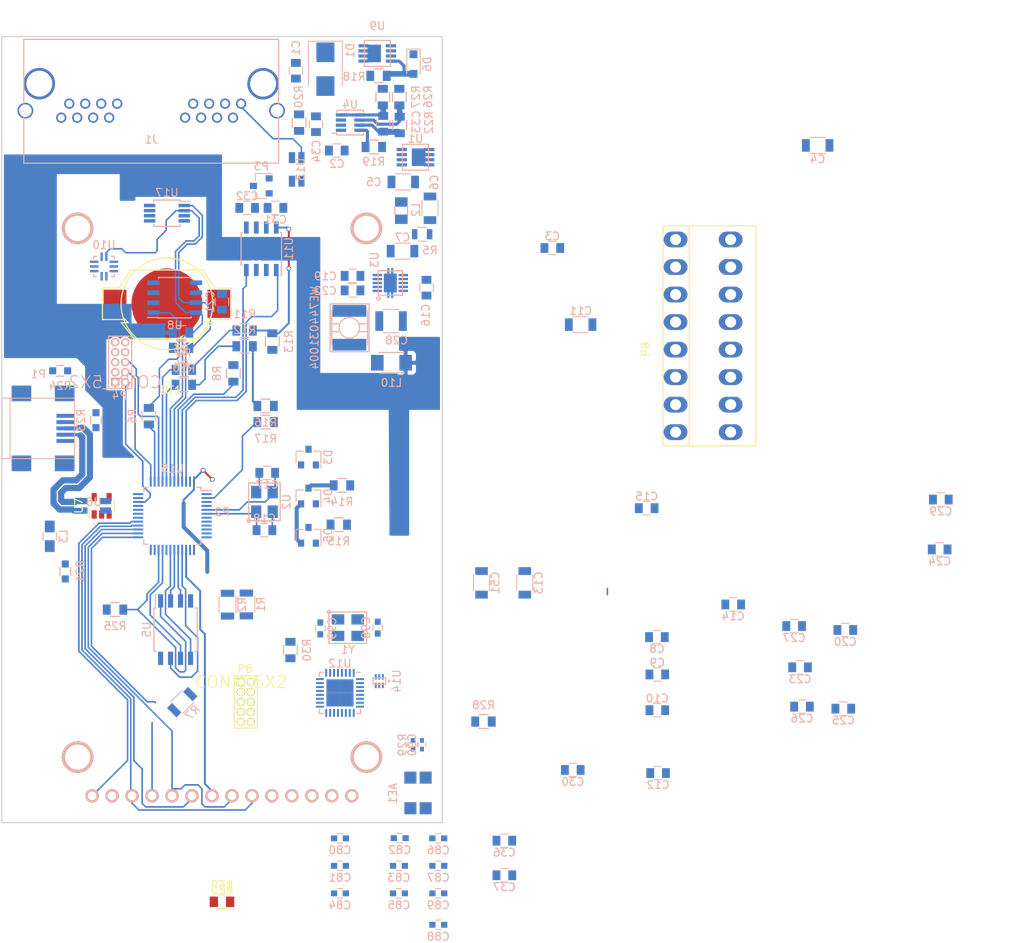
<source format=kicad_pcb>
(kicad_pcb (version 4) (host pcbnew 4.0.7-e0-6372~58~ubuntu16.10.1)
  (layers (0 F.Cu signal) (31 B.Cu signal) (34 B.Paste user) (35 F.Paste user) (36 B.SilkS user) (37 F.SilkS user) (38 B.Mask user) (39 F.Mask user) (44 Edge.Cuts user))
  (net 0 "")
  (net 1 DGND)
  (net 2 ANTB)
  (net 3 "Net-(BT1-Pad1)")
  (net 4 ECANV+)
  (net 5 ECANGND)
  (net 6 "Net-(C2-Pad1)")
  (net 7 VCC)
  (net 8 +36V)
  (net 9 VRES)
  (net 10 VIN)
  (net 11 USBCONNECTED)
  (net 12 stmxtalgnd)
  (net 13 "Net-(C17-Pad2)")
  (net 14 "Net-(C18-Pad2)")
  (net 15 "Net-(C19-Pad1)")
  (net 16 EXTRESET)
  (net 17 "Net-(C22-Pad1)")
  (net 18 VSW)
  (net 19 VCCUNFILTERED)
  (net 20 "Net-(C31-Pad1)")
  (net 21 "Net-(C32-Pad1)")
  (net 22 "Net-(C33-Pad2)")
  (net 23 "Net-(C34-Pad1)")
  (net 24 X2GND)
  (net 25 "Net-(C36-Pad1)")
  (net 26 BTEXTRESET)
  (net 27 "Net-(D4-Pad3)")
  (net 28 "Net-(D5-Pad3)")
  (net 29 "Net-(D6-Pad1)")
  (net 30 "Net-(D6-Pad2)")
  (net 31 ECANH)
  (net 32 ECANL)
  (net 33 CANSHLD)
  (net 34 USBVCC)
  (net 35 "Net-(P1-Pad2)")
  (net 36 "Net-(P1-Pad3)")
  (net 37 MISO)
  (net 38 LED)
  (net 39 SCK)
  (net 40 MOSI)
  (net 41 DISPDC)
  (net 42 DISPRESET)
  (net 43 DISPCS)
  (net 44 SWCLK)
  (net 45 SWO)
  (net 46 SWDIO)
  (net 47 BTSWCLK)
  (net 48 BTSWDIO)
  (net 49 "Net-(P8-Pad8)")
  (net 50 "Net-(P8-Pad7)")
  (net 51 "Net-(P8-Pad6)")
  (net 52 "Net-(P8-Pad4)")
  (net 53 "Net-(P8-Pad2)")
  (net 54 "Net-(R1-Pad2)")
  (net 55 "Net-(R2-Pad2)")
  (net 56 SCL)
  (net 57 SDA)
  (net 58 TIMERCLK)
  (net 59 "Net-(R6-Pad2)")
  (net 60 "Net-(R7-Pad2)")
  (net 61 "Net-(R8-Pad2)")
  (net 62 "Net-(R11-Pad2)")
  (net 63 "Net-(R9-Pad2)")
  (net 64 "Net-(R10-Pad1)")
  (net 65 "Net-(R10-Pad2)")
  (net 66 CANSLEEP)
  (net 67 SWITCH1)
  (net 68 SWITCH2)
  (net 69 "Net-(R19-Pad1)")
  (net 70 "Net-(R20-Pad2)")
  (net 71 "Net-(R22-Pad2)")
  (net 72 DISCONNECT)
  (net 73 MEMCS)
  (net 74 ANTA)
  (net 75 QUADIO1)
  (net 76 QUADIO2)
  (net 77 QUADIO0)
  (net 78 QUADCLK)
  (net 79 QUADIO3)
  (net 80 USBD+)
  (net 81 USBD-)
  (net 82 CANTX)
  (net 83 CANRX)
  (net 84 "Net-(U12-Pad1)")
  (net 85 "Net-(U12-Pad2)")
  (net 86 VDD_RF)
  (net 87 "Net-(C82-Pad1)")
  (net 88 "Net-(C83-Pad1)")
  (net 89 "Net-(C86-Pad1)")
  (net 90 "Net-(C88-Pad2)")
  (net 91 "Net-(C98-Pad2)")
  (net 92 "Net-(C99-Pad2)")
  (net 93 TOUCHCS)
  (net 94 TOUCHIRQ)
  (module Balun_Networks_Addon:Molex_2.4GhZ_Chip_Antenna_146175 (layer B.Cu) (at 76.925 119.225 270)
    (fp_text reference AE1 (at 0.1 3.2 270) (layer B.SilkS) (effects (justify mirror)))
    (fp_text value Antenna_Shield)
    (pad 3 smd rect (at 1.95 0.97 270) (size 1.54 1.54) (layers B.Cu B.Paste B.Mask))
    (pad 3 smd rect (at 1.95 -0.97 270) (size 1.54 1.54) (layers B.Cu B.Paste B.Mask))
    (pad 2 smd rect (at -1.95 -0.97 270) (size 1.54 1.54) (layers B.Cu B.Paste B.Mask) (net 1 DGND))
    (pad 1 smd rect (at -1.95 0.97 270) (size 1.54 1.54) (layers B.Cu B.Paste B.Mask) (net 2 ANTB))
  )
  (module Battery_Addons:BatterieHolderCR1025_SMD (layer F.Cu) (at 45 57)
    (fp_text reference BT1 (at 0.5 11) (layer F.SilkS))
    (fp_text value Battery)
    (pad 1 smd rect (at -6.6 0) (size 2.9 3.6) (layers F.Cu F.Paste F.Mask) (net 3 "Net-(BT1-Pad1)"))
    (pad 2 connect circle (at 0 0) (size 9 9) (layers F.Cu F.Mask) (net 1 DGND))
    (pad 1 smd rect (at 6.6 0) (size 2.9 3.6) (layers F.Cu F.Paste F.Mask) (net 3 "Net-(BT1-Pad1)"))
  )
  (module Capacitors_SMD:C_0805 (layer B.Cu) (at 61.4 27.35 270)
    (fp_text reference C1 (at -2.9 0 270) (layer B.SilkS) (effects (justify mirror)))
    (fp_text value "100pF 60V")
    (pad 1 smd rect (at -1 0 270) (size 1 1.25) (layers B.Cu B.Paste B.Mask) (net 4 ECANV+))
    (pad 2 smd rect (at 1 0 270) (size 1 1.25) (layers B.Cu B.Paste B.Mask) (net 5 ECANGND))
  )
  (module Capacitors_SMD:C_0805 (layer B.Cu) (at 66.6 37.5 180)
    (fp_text reference C2 (at 0 -1.7 180) (layer B.SilkS) (effects (justify mirror)))
    (fp_text value 2nF)
    (pad 1 smd rect (at -1 0 180) (size 1 1.25) (layers B.Cu B.Paste B.Mask) (net 6 "Net-(C2-Pad1)"))
    (pad 2 smd rect (at 1 0 180) (size 1 1.25) (layers B.Cu B.Paste B.Mask) (net 1 DGND))
  )
  (module Capacitors_SMD:C_0805 (layer B.Cu) (at 94 49.9 180)
    (fp_text reference C3 (at 0 1.5 180) (layer B.SilkS) (effects (justify mirror)))
    (fp_text value 2,2uF)
    (pad 1 smd rect (at -1 0 180) (size 1 1.25) (layers B.Cu B.Paste B.Mask) (net 7 VCC))
    (pad 2 smd rect (at 1 0 180) (size 1 1.25) (layers B.Cu B.Paste B.Mask) (net 1 DGND))
  )
  (module Capacitors_SMD:C_1206 (layer B.Cu) (at 127.74 36.85)
    (fp_text reference C4 (at 0 1.75) (layer B.SilkS) (effects (justify mirror)))
    (fp_text value 4,7uF)
    (pad 1 smd rect (at -1.5 0) (size 1 1.6) (layers B.Cu B.Paste B.Mask) (net 7 VCC))
    (pad 2 smd rect (at 1.5 0) (size 1 1.6) (layers B.Cu B.Paste B.Mask) (net 1 DGND))
  )
  (module Capacitors_SMD:C_1206 (layer B.Cu) (at 75.05 41.5)
    (fp_text reference C5 (at -3.75 0) (layer B.SilkS) (effects (justify mirror)))
    (fp_text value "4.7uF GRM31CR71H47")
    (pad 1 smd rect (at -1.5 0) (size 1 1.6) (layers B.Cu B.Paste B.Mask) (net 8 +36V))
    (pad 2 smd rect (at 1.5 0) (size 1 1.6) (layers B.Cu B.Paste B.Mask) (net 1 DGND))
  )
  (module Capacitors_SMD:C_1206 (layer B.Cu) (at 78.45 44.85 90)
    (fp_text reference C6 (at 3.3 0.55 90) (layer B.SilkS) (effects (justify mirror)))
    (fp_text value "4.7uF GRM31CR71H47")
    (pad 1 smd rect (at -1.5 0 90) (size 1 1.6) (layers B.Cu B.Paste B.Mask) (net 9 VRES))
    (pad 2 smd rect (at 1.5 0 90) (size 1 1.6) (layers B.Cu B.Paste B.Mask) (net 1 DGND))
  )
  (module Capacitors_SMD:C_1206 (layer B.Cu) (at 74.95 50.3 180)
    (fp_text reference C7 (at 0 1.75 180) (layer B.SilkS) (effects (justify mirror)))
    (fp_text value "4.7uF GRM31CR71H47")
    (pad 1 smd rect (at -1.5 0 180) (size 1 1.6) (layers B.Cu B.Paste B.Mask) (net 10 VIN))
    (pad 2 smd rect (at 1.5 0 180) (size 1 1.6) (layers B.Cu B.Paste B.Mask) (net 1 DGND))
  )
  (module Capacitors_SMD:C_0805 (layer B.Cu) (at 107.3 99.4)
    (fp_text reference C8 (at 0 1.5) (layer B.SilkS) (effects (justify mirror)))
    (fp_text value 100nF)
    (pad 1 smd rect (at -1 0) (size 1 1.25) (layers B.Cu B.Paste B.Mask) (net 1 DGND))
    (pad 2 smd rect (at 1 0) (size 1 1.25) (layers B.Cu B.Paste B.Mask) (net 7 VCC))
  )
  (module Capacitors_SMD:C_0805 (layer B.Cu) (at 107.35 104.15 180)
    (fp_text reference C9 (at 0 1.5 180) (layer B.SilkS) (effects (justify mirror)))
    (fp_text value 100nF)
    (pad 1 smd rect (at -1 0 180) (size 1 1.25) (layers B.Cu B.Paste B.Mask) (net 7 VCC))
    (pad 2 smd rect (at 1 0 180) (size 1 1.25) (layers B.Cu B.Paste B.Mask) (net 1 DGND))
  )
  (module Capacitors_SMD:C_0805 (layer B.Cu) (at 107.35 108.7 180)
    (fp_text reference C10 (at 0 1.5 180) (layer B.SilkS) (effects (justify mirror)))
    (fp_text value 100nF)
    (pad 1 smd rect (at -1 0 180) (size 1 1.25) (layers B.Cu B.Paste B.Mask) (net 7 VCC))
    (pad 2 smd rect (at 1 0 180) (size 1 1.25) (layers B.Cu B.Paste B.Mask) (net 1 DGND))
  )
  (module Capacitors_SMD:C_1206 (layer B.Cu) (at 97.6 59.65 180)
    (fp_text reference C11 (at 0 1.75 180) (layer B.SilkS) (effects (justify mirror)))
    (fp_text value 2,2uF)
    (pad 1 smd rect (at -1.5 0 180) (size 1 1.6) (layers B.Cu B.Paste B.Mask) (net 7 VCC))
    (pad 2 smd rect (at 1.5 0 180) (size 1 1.6) (layers B.Cu B.Paste B.Mask) (net 1 DGND))
  )
  (module Capacitors_SMD:C_0805 (layer B.Cu) (at 107.45 116.7)
    (fp_text reference C12 (at 0 1.5) (layer B.SilkS) (effects (justify mirror)))
    (fp_text value 100nF)
    (pad 1 smd rect (at -1 0) (size 1 1.25) (layers B.Cu B.Paste B.Mask) (net 1 DGND))
    (pad 2 smd rect (at 1 0) (size 1 1.25) (layers B.Cu B.Paste B.Mask) (net 7 VCC))
  )
  (module Capacitors_SMD:C_1206 (layer B.Cu) (at 90.5 92.5 90)
    (fp_text reference C13 (at 0 1.75 90) (layer B.SilkS) (effects (justify mirror)))
    (fp_text value 4,7uF)
    (pad 1 smd rect (at -1.5 0 90) (size 1 1.6) (layers B.Cu B.Paste B.Mask) (net 7 VCC))
    (pad 2 smd rect (at 1.5 0 90) (size 1 1.6) (layers B.Cu B.Paste B.Mask) (net 1 DGND))
  )
  (module Capacitors_SMD:C_0805 (layer B.Cu) (at 117 95.25)
    (fp_text reference C14 (at 0 1.5) (layer B.SilkS) (effects (justify mirror)))
    (fp_text value 100nF)
    (pad 1 smd rect (at -1 0) (size 1 1.25) (layers B.Cu B.Paste B.Mask) (net 1 DGND))
    (pad 2 smd rect (at 1 0) (size 1 1.25) (layers B.Cu B.Paste B.Mask) (net 11 USBCONNECTED))
  )
  (module Capacitors_SMD:C_0805 (layer B.Cu) (at 106 83 180)
    (fp_text reference C15 (at 0 1.5 180) (layer B.SilkS) (effects (justify mirror)))
    (fp_text value 100nF)
    (pad 1 smd rect (at -1 0 180) (size 1 1.25) (layers B.Cu B.Paste B.Mask) (net 7 VCC))
    (pad 2 smd rect (at 1 0 180) (size 1 1.25) (layers B.Cu B.Paste B.Mask) (net 1 DGND))
  )
  (module Capacitors_SMD:C_0805 (layer B.Cu) (at 78 54.95 270)
    (fp_text reference C16 (at 3.5 0.1 270) (layer B.SilkS) (effects (justify mirror)))
    (fp_text value 100nF)
    (pad 1 smd rect (at -1 0 270) (size 1 1.25) (layers B.Cu B.Paste B.Mask) (net 10 VIN))
    (pad 2 smd rect (at 1 0 270) (size 1 1.25) (layers B.Cu B.Paste B.Mask) (net 1 DGND))
  )
  (module Capacitors_SMD:C_0805 (layer B.Cu) (at 57.75 78.5)
    (fp_text reference C17 (at 0 1.5) (layer B.SilkS) (effects (justify mirror)))
    (fp_text value 22pF)
    (pad 1 smd rect (at -1 0) (size 1 1.25) (layers B.Cu B.Paste B.Mask) (net 12 stmxtalgnd))
    (pad 2 smd rect (at 1 0) (size 1 1.25) (layers B.Cu B.Paste B.Mask) (net 13 "Net-(C17-Pad2)"))
  )
  (module Capacitors_SMD:C_0805 (layer B.Cu) (at 57.4 85.8 180)
    (fp_text reference C18 (at 0 1.5 180) (layer B.SilkS) (effects (justify mirror)))
    (fp_text value 22pF)
    (pad 1 smd rect (at -1 0 180) (size 1 1.25) (layers B.Cu B.Paste B.Mask) (net 12 stmxtalgnd))
    (pad 2 smd rect (at 1 0 180) (size 1 1.25) (layers B.Cu B.Paste B.Mask) (net 14 "Net-(C18-Pad2)"))
  )
  (module Capacitors_SMD:C_0805 (layer B.Cu) (at 68.6 53.45 180)
    (fp_text reference C19 (at 3.45 -0.05 180) (layer B.SilkS) (effects (justify mirror)))
    (fp_text value "1uF 0805ZC105KAT2A")
    (pad 1 smd rect (at -1 0 180) (size 1 1.25) (layers B.Cu B.Paste B.Mask) (net 15 "Net-(C19-Pad1)"))
    (pad 2 smd rect (at 1 0 180) (size 1 1.25) (layers B.Cu B.Paste B.Mask) (net 1 DGND))
  )
  (module Capacitors_SMD:C_0805 (layer B.Cu) (at 131.25 98.5)
    (fp_text reference C20 (at 0 1.5) (layer B.SilkS) (effects (justify mirror)))
    (fp_text value 100nF)
    (pad 1 smd rect (at -1 0) (size 1 1.25) (layers B.Cu B.Paste B.Mask) (net 16 EXTRESET))
    (pad 2 smd rect (at 1 0) (size 1 1.25) (layers B.Cu B.Paste B.Mask) (net 1 DGND))
  )
  (module Capacitors_SMD:C_0805 (layer B.Cu) (at 52 56.75 270)
    (fp_text reference C21 (at 0 1.5 270) (layer B.SilkS) (effects (justify mirror)))
    (fp_text value 10nF)
    (pad 1 smd rect (at -1 0 270) (size 1 1.25) (layers B.Cu B.Paste B.Mask) (net 1 DGND))
    (pad 2 smd rect (at 1 0 270) (size 1 1.25) (layers B.Cu B.Paste B.Mask) (net 3 "Net-(BT1-Pad1)"))
  )
  (module Capacitors_SMD:C_0805 (layer B.Cu) (at 68.6 55.3 180)
    (fp_text reference C22 (at 3.45 -0.05 180) (layer B.SilkS) (effects (justify mirror)))
    (fp_text value 100nF)
    (pad 1 smd rect (at -1 0 180) (size 1 1.25) (layers B.Cu B.Paste B.Mask) (net 17 "Net-(C22-Pad1)"))
    (pad 2 smd rect (at 1 0 180) (size 1 1.25) (layers B.Cu B.Paste B.Mask) (net 18 VSW))
  )
  (module Capacitors_SMD:C_0805 (layer B.Cu) (at 125.5 103.25)
    (fp_text reference C23 (at 0 1.5) (layer B.SilkS) (effects (justify mirror)))
    (fp_text value 100nF)
    (pad 1 smd rect (at -1 0) (size 1 1.25) (layers B.Cu B.Paste B.Mask) (net 7 VCC))
    (pad 2 smd rect (at 1 0) (size 1 1.25) (layers B.Cu B.Paste B.Mask) (net 1 DGND))
  )
  (module Capacitors_SMD:C_0805 (layer B.Cu) (at 143.25 88.25)
    (fp_text reference C24 (at 0 1.5) (layer B.SilkS) (effects (justify mirror)))
    (fp_text value 100nF)
    (pad 1 smd rect (at -1 0) (size 1 1.25) (layers B.Cu B.Paste B.Mask) (net 7 VCC))
    (pad 2 smd rect (at 1 0) (size 1 1.25) (layers B.Cu B.Paste B.Mask) (net 1 DGND))
  )
  (module Capacitors_SMD:C_0805 (layer B.Cu) (at 131 108.5)
    (fp_text reference C25 (at 0 1.5) (layer B.SilkS) (effects (justify mirror)))
    (fp_text value 100nF)
    (pad 1 smd rect (at -1 0) (size 1 1.25) (layers B.Cu B.Paste B.Mask) (net 7 VCC))
    (pad 2 smd rect (at 1 0) (size 1 1.25) (layers B.Cu B.Paste B.Mask) (net 1 DGND))
  )
  (module Capacitors_SMD:C_0805 (layer B.Cu) (at 125.75 108.25)
    (fp_text reference C26 (at 0 1.5) (layer B.SilkS) (effects (justify mirror)))
    (fp_text value 100nF)
    (pad 1 smd rect (at -1 0) (size 1 1.25) (layers B.Cu B.Paste B.Mask) (net 7 VCC))
    (pad 2 smd rect (at 1 0) (size 1 1.25) (layers B.Cu B.Paste B.Mask) (net 1 DGND))
  )
  (module Capacitors_SMD:C_0805 (layer B.Cu) (at 124.75 98)
    (fp_text reference C27 (at 0 1.5) (layer B.SilkS) (effects (justify mirror)))
    (fp_text value 100nF)
    (pad 1 smd rect (at -1 0) (size 1 1.25) (layers B.Cu B.Paste B.Mask) (net 7 VCC))
    (pad 2 smd rect (at 1 0) (size 1 1.25) (layers B.Cu B.Paste B.Mask) (net 1 DGND))
  )
  (module Capacitors_SMD:C_1210 (layer B.Cu) (at 73.5 59.2 180)
    (fp_text reference C28 (at -0.7 -2.45 180) (layer B.SilkS) (effects (justify mirror)))
    (fp_text value 22uF)
    (pad 1 smd rect (at -1.5 0 180) (size 1 2.5) (layers B.Cu B.Paste B.Mask) (net 1 DGND))
    (pad 2 smd rect (at 1.5 0 180) (size 1 2.5) (layers B.Cu B.Paste B.Mask) (net 19 VCCUNFILTERED))
  )
  (module Capacitors_SMD:C_0805 (layer B.Cu) (at 143.4 81.9)
    (fp_text reference C29 (at 0 1.5) (layer B.SilkS) (effects (justify mirror)))
    (fp_text value "1uF GRM219R71E105KA88D")
    (pad 1 smd rect (at -1 0) (size 1 1.25) (layers B.Cu B.Paste B.Mask) (net 7 VCC))
    (pad 2 smd rect (at 1 0) (size 1 1.25) (layers B.Cu B.Paste B.Mask) (net 1 DGND))
  )
  (module Capacitors_SMD:C_0805 (layer B.Cu) (at 96.6 116.3)
    (fp_text reference C30 (at 0 1.5) (layer B.SilkS) (effects (justify mirror)))
    (fp_text value 100nF)
    (pad 1 smd rect (at -1 0) (size 1 1.25) (layers B.Cu B.Paste B.Mask) (net 1 DGND))
    (pad 2 smd rect (at 1 0) (size 1 1.25) (layers B.Cu B.Paste B.Mask) (net 7 VCC))
  )
  (module Capacitors_SMD:C_0805 (layer B.Cu) (at 58.8 44.8)
    (fp_text reference C31 (at 0 1.5) (layer B.SilkS) (effects (justify mirror)))
    (fp_text value 100nF)
    (pad 1 smd rect (at -1 0) (size 1 1.25) (layers B.Cu B.Paste B.Mask) (net 20 "Net-(C31-Pad1)"))
    (pad 2 smd rect (at 1 0) (size 1 1.25) (layers B.Cu B.Paste B.Mask) (net 1 DGND))
  )
  (module Capacitors_SMD:C_0805 (layer B.Cu) (at 55.2 44.8 180)
    (fp_text reference C32 (at 0 1.5 180) (layer B.SilkS) (effects (justify mirror)))
    (fp_text value 100nF)
    (pad 1 smd rect (at -1 0 180) (size 1 1.25) (layers B.Cu B.Paste B.Mask) (net 21 "Net-(C32-Pad1)"))
    (pad 2 smd rect (at 1 0 180) (size 1 1.25) (layers B.Cu B.Paste B.Mask) (net 1 DGND))
  )
  (module Capacitors_SMD:C_0805 (layer B.Cu) (at 72.5 34.1 90)
    (fp_text reference C33 (at 0.25 4.2 90) (layer B.SilkS) (effects (justify mirror)))
    (fp_text value 470nF)
    (pad 1 smd rect (at -1 0 90) (size 1 1.25) (layers B.Cu B.Paste B.Mask) (net 8 +36V))
    (pad 2 smd rect (at 1 0 90) (size 1 1.25) (layers B.Cu B.Paste B.Mask) (net 22 "Net-(C33-Pad2)"))
  )
  (module Capacitors_SMD:C_0805 (layer B.Cu) (at 63.95 34.15 90)
    (fp_text reference C34 (at -3.45 0.05 90) (layer B.SilkS) (effects (justify mirror)))
    (fp_text value 1uF)
    (pad 1 smd rect (at -1 0 90) (size 1 1.25) (layers B.Cu B.Paste B.Mask) (net 23 "Net-(C34-Pad1)"))
    (pad 2 smd rect (at 1 0 90) (size 1 1.25) (layers B.Cu B.Paste B.Mask) (net 22 "Net-(C33-Pad2)"))
  )
  (module Capacitors_SMD:C_0805 (layer B.Cu) (at 87.9 125.3)
    (fp_text reference C36 (at 0 1.5) (layer B.SilkS) (effects (justify mirror)))
    (fp_text value 100nF)
    (pad 1 smd rect (at -1 0) (size 1 1.25) (layers B.Cu B.Paste B.Mask) (net 25 "Net-(C36-Pad1)"))
    (pad 2 smd rect (at 1 0) (size 1 1.25) (layers B.Cu B.Paste B.Mask) (net 1 DGND))
  )
  (module Capacitors_SMD:C_0805 (layer B.Cu) (at 87.9 129.7)
    (fp_text reference C37 (at 0 1.5) (layer B.SilkS) (effects (justify mirror)))
    (fp_text value 100nF)
    (pad 1 smd rect (at -1 0) (size 1 1.25) (layers B.Cu B.Paste B.Mask) (net 7 VCC))
    (pad 2 smd rect (at 1 0) (size 1 1.25) (layers B.Cu B.Paste B.Mask) (net 1 DGND))
  )
  (module Capacitors_SMD:C_1206 (layer B.Cu) (at 85 92.5 90)
    (fp_text reference C51 (at 0 1.75 90) (layer B.SilkS) (effects (justify mirror)))
    (fp_text value 10uF)
    (pad 1 smd rect (at -1.5 0 90) (size 1 1.6) (layers B.Cu B.Paste B.Mask) (net 25 "Net-(C36-Pad1)"))
    (pad 2 smd rect (at 1.5 0 90) (size 1 1.6) (layers B.Cu B.Paste B.Mask) (net 1 DGND))
  )
  (module Diodes_SMD:D_SMB_Standard (layer B.Cu) (at 65.15 27.15 270)
    (fp_text reference D1 (at -2.35 -3.15 270) (layer B.SilkS) (effects (justify mirror)))
    (fp_text value D_TVS)
    (pad 1 smd rect (at -2.15 0 270) (size 2.5 2.3) (layers B.Cu B.Paste B.Mask) (net 4 ECANV+))
    (pad 2 smd rect (at 2.15 0 270) (size 2.5 2.3) (layers B.Cu B.Paste B.Mask) (net 5 ECANGND))
  )
  (module TO_SOT_Packages_SMD:SOT-23 (layer B.Cu) (at 63 76.5 90)
    (fp_text reference D3 (at 0 2.5 90) (layer B.SilkS) (effects (justify mirror)))
    (fp_text value BAS70-G)
    (pad 1 smd rect (at -1 0.95 90) (size 0.9 0.8) (layers B.Cu B.Paste B.Mask) (net 7 VCC))
    (pad 2 smd rect (at -1 -0.95 90) (size 0.9 0.8) (layers B.Cu B.Paste B.Mask) (net 25 "Net-(C36-Pad1)"))
    (pad 3 smd rect (at 1 0 90) (size 0.9 0.8) (layers B.Cu B.Paste B.Mask) (net 25 "Net-(C36-Pad1)"))
  )
  (module TO_SOT_Packages_SMD:SOT-23 (layer B.Cu) (at 63 81.45 90)
    (fp_text reference D4 (at 0 2.5 90) (layer B.SilkS) (effects (justify mirror)))
    (fp_text value BAS70-04-G)
    (pad 1 smd rect (at -1 0.95 90) (size 0.9 0.8) (layers B.Cu B.Paste B.Mask) (net 1 DGND))
    (pad 2 smd rect (at -1 -0.95 90) (size 0.9 0.8) (layers B.Cu B.Paste B.Mask) (net 7 VCC))
    (pad 3 smd rect (at 1 0 90) (size 0.9 0.8) (layers B.Cu B.Paste B.Mask) (net 27 "Net-(D4-Pad3)"))
  )
  (module TO_SOT_Packages_SMD:SOT-23 (layer B.Cu) (at 63 86.45 90)
    (fp_text reference D5 (at 0 2.5 90) (layer B.SilkS) (effects (justify mirror)))
    (fp_text value BAS70-04-G)
    (pad 1 smd rect (at -1 0.95 90) (size 0.9 0.8) (layers B.Cu B.Paste B.Mask) (net 1 DGND))
    (pad 2 smd rect (at -1 -0.95 90) (size 0.9 0.8) (layers B.Cu B.Paste B.Mask) (net 7 VCC))
    (pad 3 smd rect (at 1 0 90) (size 0.9 0.8) (layers B.Cu B.Paste B.Mask) (net 28 "Net-(D5-Pad3)"))
  )
  (module Diodes_SMD:D_SOD-323_HandSoldering (layer B.Cu) (at 76.35 26.5 270)
    (fp_text reference D6 (at 0 -1.75 270) (layer B.SilkS) (effects (justify mirror)))
    (fp_text value ZENER)
    (pad 1 smd rect (at -1.25 0 270) (size 1 1) (layers B.Cu B.Paste B.Mask) (net 29 "Net-(D6-Pad1)"))
    (pad 2 smd rect (at 1.25 0 270) (size 1 1) (layers B.Cu B.Paste B.Mask) (net 30 "Net-(D6-Pad2)"))
  )
  (module Connect_Addons:RJHSE538X-02-noled (layer B.Cu) (at 43 29)
    (fp_text reference J1 (at 0 7.1) (layer B.SilkS) (effects (justify mirror)))
    (fp_text value RJHSE-5380-02)
    (pad 9 thru_hole circle (at -4.325 2.54) (size 1.3 1.3) (drill 0.889) (layers *.Cu *.Mask) (net 31 ECANH))
    (pad 15 thru_hole circle (at -10.415 2.54) (size 1.3 1.3) (drill 0.889) (layers *.Cu *.Mask) (net 5 ECANGND))
    (pad 11 thru_hole circle (at -6.355 2.54) (size 1.3 1.3) (drill 0.889) (layers *.Cu *.Mask) (net 5 ECANGND))
    (pad 13 thru_hole circle (at -8.385 2.54) (size 1.3 1.3) (drill 0.889) (layers *.Cu *.Mask))
    (pad 10 thru_hole circle (at -5.345 4.32) (size 1.3 1.3) (drill 0.889) (layers *.Cu *.Mask) (net 32 ECANL))
    (pad 12 thru_hole circle (at -7.375 4.32) (size 1.3 1.3) (drill 0.889) (layers *.Cu *.Mask))
    (pad 14 thru_hole circle (at -9.405 4.32) (size 1.3 1.3) (drill 0.889) (layers *.Cu *.Mask) (net 33 CANSHLD))
    (pad 16 thru_hole circle (at -11.435 4.32) (size 1.3 1.3) (drill 0.889) (layers *.Cu *.Mask) (net 4 ECANV+))
    (pad "" np_thru_hole circle (at 14.225 0) (size 4 4) (drill 3.3) (layers *.Cu *.Mask))
    (pad 17 thru_hole circle (at -16 3.43) (size 2 2) (drill 1.6) (layers *.Cu *.Mask) (net 33 CANSHLD))
    (pad 8 thru_hole circle (at 4.315 4.32) (size 1.3 1.3) (drill 0.889) (layers *.Cu *.Mask) (net 4 ECANV+))
    (pad 6 thru_hole circle (at 6.345 4.32) (size 1.3 1.3) (drill 0.889) (layers *.Cu *.Mask) (net 33 CANSHLD))
    (pad 4 thru_hole circle (at 8.375 4.32) (size 1.3 1.3) (drill 0.889) (layers *.Cu *.Mask))
    (pad 2 thru_hole circle (at 10.405 4.32) (size 1.3 1.3) (drill 0.889) (layers *.Cu *.Mask) (net 32 ECANL))
    (pad 5 thru_hole circle (at 7.365 2.54) (size 1.3 1.3) (drill 0.889) (layers *.Cu *.Mask))
    (pad 3 thru_hole circle (at 9.395 2.54) (size 1.3 1.3) (drill 0.889) (layers *.Cu *.Mask) (net 5 ECANGND))
    (pad 7 thru_hole circle (at 5.335 2.54) (size 1.3 1.3) (drill 0.889) (layers *.Cu *.Mask) (net 5 ECANGND))
    (pad 1 thru_hole circle (at 11.425 2.54) (size 1.3 1.3) (drill 0.889) (layers *.Cu *.Mask) (net 31 ECANH))
    (pad "" np_thru_hole circle (at -14.225 0) (size 4 4) (drill 3.3) (layers *.Cu *.Mask))
    (pad 17 thru_hole circle (at 16 3.43) (size 2 2) (drill 1.6) (layers *.Cu *.Mask) (net 33 CANSHLD))
  )
  (module NetTie02_smd:NetTie-I_Connected_SMD (layer B.Cu) (at 101 93.6 90)
    (fp_text reference JP1)
    (fp_text value Jumper_NC_Small)
    (fp_line (start -0.4 0) (end 0.4 0) (layer B.Cu) (width 0.2))
    (pad 1 smd circle (at -0.4 0 90) (size 0.05 0.05) (layers B.Cu B.Paste B.Mask) (net 1 DGND))
    (pad 2 smd circle (at 0.4 0 90) (size 0.05 0.05) (layers B.Cu B.Paste B.Mask) (net 12 stmxtalgnd))
  )
  (module Choke_SMD_Addons:Choke_SMD_2016_Standard (layer B.Cu) (at 74.8 45.15 270)
    (fp_text reference L2 (at -0.1 -1.85 270) (layer B.SilkS) (effects (justify mirror)))
    (fp_text value "1uH MLP2016V1R0MT")
    (pad 1 smd rect (at -1.1 0 270) (size 1.2 1.6) (layers B.Cu B.Paste B.Mask) (net 8 +36V))
    (pad 2 smd rect (at 1.1 0 270) (size 1.2 1.6) (layers B.Cu B.Paste B.Mask) (net 10 VIN))
  )
  (module Capacitors_SMD:C_0805_HandSoldering (layer B.Cu) (at 30.1 86.575 90)
    (fp_text reference L3 (at 0 1.75 90) (layer B.SilkS) (effects (justify mirror)))
    (fp_text value INDUCTOR)
    (pad 1 smd rect (at -1.25 0 90) (size 1.5 1.25) (layers B.Cu B.Paste B.Mask) (net 11 USBCONNECTED))
    (pad 2 smd rect (at 1.25 0 90) (size 1.5 1.25) (layers B.Cu B.Paste B.Mask) (net 34 USBVCC))
  )
  (module Choke_SMD_Addons:Choke_SMD_3225_Standard (layer B.Cu) (at 73.55 64.5)
    (fp_text reference L10 (at 0 2.54) (layer B.SilkS) (effects (justify mirror)))
    (fp_text value 100nHNLCV32-PFR1)
    (pad 1 smd rect (at -1.8 0) (size 1.6 2) (layers B.Cu B.Paste B.Mask) (net 19 VCCUNFILTERED))
    (pad 2 smd rect (at 1.8 0) (size 1.6 2) (layers B.Cu B.Paste B.Mask) (net 7 VCC))
  )
  (module Connect:USB_Mini-B (layer B.Cu) (at 29.3 72.85)
    (fp_text reference P1 (at -0.65 -6.9) (layer B.SilkS) (effects (justify mirror)))
    (fp_text value USB_B)
    (pad 1 smd rect (at 2.8 1.6) (size 2.3 0.5) (layers B.Cu B.Paste B.Mask) (net 34 USBVCC))
    (pad 2 smd rect (at 2.8 0.8) (size 2.3 0.5) (layers B.Cu B.Paste B.Mask) (net 35 "Net-(P1-Pad2)"))
    (pad 3 smd rect (at 2.8 0) (size 2.3 0.5) (layers B.Cu B.Paste B.Mask) (net 36 "Net-(P1-Pad3)"))
    (pad 4 smd rect (at 2.8 -0.8) (size 2.3 0.5) (layers B.Cu B.Paste B.Mask) (net 1 DGND))
    (pad 5 smd rect (at 2.8 -1.6) (size 2.3 0.5) (layers B.Cu B.Paste B.Mask) (net 1 DGND))
    (pad 6 smd rect (at 2.7 4.45) (size 2.5 2) (layers B.Cu B.Paste B.Mask))
    (pad 6 smd rect (at -2.8 4.45) (size 2.5 2) (layers B.Cu B.Paste B.Mask))
    (pad 6 smd rect (at 2.7 -4.45) (size 2.5 2) (layers B.Cu B.Paste B.Mask))
    (pad 6 smd rect (at -2.8 -4.45) (size 2.5 2) (layers B.Cu B.Paste B.Mask))
    (pad "" np_thru_hole circle (at 0.2 2.2) (size 0.9 0.9) (drill 0.9) (layers *.Cu *.Mask))
    (pad "" np_thru_hole circle (at 0.2 -2.2) (size 0.9 0.9) (drill 0.9) (layers *.Cu *.Mask))
  )
  (module Display_Addons:2.4inchQVGASPIwithTouch (layer B.Cu) (at 52 83 180)
    (fp_text reference P2 (at 0 -0.5 180) (layer B.SilkS) (effects (justify mirror)))
    (fp_text value CONN_01X14)
    (pad 10 thru_hole circle (at 6.35 -36.59 180) (size 1.7 1.7) (drill 1.1) (layers *.Cu *.Mask B.SilkS) (net 39 SCK))
    (pad 11 thru_hole circle (at 8.89 -36.59 180) (size 1.7 1.7) (drill 1.1) (layers *.Cu *.Mask B.SilkS) (net 93 TOUCHCS))
    (pad 12 thru_hole circle (at 11.43 -36.59 180) (size 1.7 1.7) (drill 1.1) (layers *.Cu *.Mask B.SilkS) (net 40 MOSI))
    (pad 13 thru_hole circle (at 13.97 -36.59 180) (size 1.7 1.7) (drill 1.1) (layers *.Cu *.Mask B.SilkS) (net 37 MISO))
    (pad 14 thru_hole circle (at 16.51 -36.59 180) (size 1.7 1.7) (drill 1.1) (layers *.Cu *.Mask B.SilkS) (net 94 TOUCHIRQ))
    (pad 9 thru_hole circle (at 3.81 -36.59 180) (size 1.7 1.7) (drill 1.1) (layers *.Cu *.Mask B.SilkS) (net 37 MISO))
    (pad 8 thru_hole circle (at 1.27 -36.576 180) (size 1.7 1.7) (drill 1.1) (layers *.Cu *.Mask B.SilkS) (net 38 LED))
    (pad 7 thru_hole circle (at -1.27 -36.576 180) (size 1.7 1.7) (drill 1.1) (layers *.Cu *.Mask B.SilkS) (net 39 SCK))
    (pad 6 thru_hole circle (at -3.81 -36.576 180) (size 1.7 1.7) (drill 1.1) (layers *.Cu *.Mask B.SilkS) (net 40 MOSI))
    (pad 5 thru_hole circle (at -6.35 -36.576 180) (size 1.7 1.7) (drill 1.1) (layers *.Cu *.Mask B.SilkS) (net 41 DISPDC))
    (pad 4 thru_hole circle (at -8.89 -36.576 180) (size 1.7 1.7) (drill 1.1) (layers *.Cu *.Mask B.SilkS) (net 42 DISPRESET))
    (pad 3 thru_hole circle (at -11.43 -36.576 180) (size 1.7 1.7) (drill 1.1) (layers *.Cu *.Mask B.SilkS) (net 43 DISPCS))
    (pad 2 thru_hole circle (at -13.97 -36.576 180) (size 1.7 1.7) (drill 1.1) (layers *.Cu *.Mask B.SilkS) (net 1 DGND))
    (pad "" np_thru_hole circle (at 18.36 -31.67 180) (size 4 4) (drill 3.2) (layers *.Cu *.Mask B.SilkS))
    (pad "" np_thru_hole circle (at -18.36 -31.67 180) (size 4 4) (drill 3.2) (layers *.Cu *.Mask B.SilkS))
    (pad "" np_thru_hole circle (at 18.36 35.59 180) (size 4 4) (drill 3.2) (layers *.Cu *.Mask B.SilkS))
    (pad "" np_thru_hole circle (at -18.36 35.59 180) (size 4 4) (drill 3.2) (layers *.Cu *.Mask B.SilkS))
    (pad 1 thru_hole circle (at -16.51 -36.576 180) (size 1.7 1.7) (drill 1.1) (layers *.Cu *.Mask B.SilkS) (net 7 VCC))
  )
  (module TO_SOT_Packages_SMD:SOT-23 (layer B.Cu) (at 57 42 180)
    (fp_text reference P3 (at 0 2.5 180) (layer B.SilkS) (effects (justify mirror)))
    (fp_text value CONN_01X03)
    (pad 1 smd rect (at -1 0.95 180) (size 0.9 0.8) (layers B.Cu B.Paste B.Mask) (net 21 "Net-(C32-Pad1)"))
    (pad 2 smd rect (at -1 -0.95 180) (size 0.9 0.8) (layers B.Cu B.Paste B.Mask) (net 20 "Net-(C31-Pad1)"))
    (pad 3 smd rect (at 1 0 180) (size 0.9 0.8) (layers B.Cu B.Paste B.Mask) (net 1 DGND))
  )
  (module pin_header_1:Pin_Header_Straight_2x05_Pitch1.27mm (layer B.Cu) (at 38.425 66.975)
    (fp_text reference P4 (at 0.55 1.7) (layer B.SilkS) (effects (justify mirror)))
    (fp_text value CONN_5X2 (at 0 0) (layer B.SilkS) (effects (justify mirror)))
    (pad 1 thru_hole rect (at 0 0) (size 1.05 1.05) (drill 0.65) (layers *.Cu *.Mask B.SilkS) (net 7 VCC))
    (pad 3 thru_hole circle (at 0 -1.27) (size 1.05 1.05) (drill 0.65) (layers *.Cu *.Mask B.SilkS) (net 1 DGND))
    (pad 5 thru_hole circle (at 0 -2.54) (size 1.05 1.05) (drill 0.65) (layers *.Cu *.Mask B.SilkS) (net 1 DGND))
    (pad 7 thru_hole circle (at 0 -3.81) (size 1.05 1.05) (drill 0.65) (layers *.Cu *.Mask B.SilkS) (net 1 DGND))
    (pad 9 thru_hole circle (at 0 -5.08) (size 1.05 1.05) (drill 0.65) (layers *.Cu *.Mask B.SilkS) (net 1 DGND))
    (pad 4 thru_hole circle (at 1.27 -1.27) (size 1.05 1.05) (drill 0.65) (layers *.Cu *.Mask B.SilkS) (net 44 SWCLK))
    (pad 6 thru_hole circle (at 1.27 -2.54) (size 1.05 1.05) (drill 0.65) (layers *.Cu *.Mask B.SilkS) (net 45 SWO))
    (pad 8 thru_hole circle (at 1.27 -3.81) (size 1.05 1.05) (drill 0.65) (layers *.Cu *.Mask B.SilkS))
    (pad 10 thru_hole circle (at 1.27 -5.08) (size 1.05 1.05) (drill 0.65) (layers *.Cu *.Mask B.SilkS) (net 16 EXTRESET))
    (pad 2 thru_hole circle (at 1.27 0) (size 1.05 1.05) (drill 0.65) (layers *.Cu *.Mask B.SilkS) (net 46 SWDIO))
  )
  (module pin_header_1:Pin_Header_Straight_2x05_Pitch1.27mm (layer F.Cu) (at 54.4 105.125)
    (fp_text reference P6 (at 0.55 -1.7) (layer F.SilkS))
    (fp_text value CONN_5X2 (at 0 0) (layer F.SilkS))
    (pad 1 thru_hole rect (at 0 0) (size 1.05 1.05) (drill 0.65) (layers *.Cu *.Mask F.SilkS) (net 7 VCC))
    (pad 3 thru_hole circle (at 0 1.27) (size 1.05 1.05) (drill 0.65) (layers *.Cu *.Mask F.SilkS) (net 1 DGND))
    (pad 5 thru_hole circle (at 0 2.54) (size 1.05 1.05) (drill 0.65) (layers *.Cu *.Mask F.SilkS) (net 1 DGND))
    (pad 7 thru_hole circle (at 0 3.81) (size 1.05 1.05) (drill 0.65) (layers *.Cu *.Mask F.SilkS) (net 1 DGND))
    (pad 9 thru_hole circle (at 0 5.08) (size 1.05 1.05) (drill 0.65) (layers *.Cu *.Mask F.SilkS) (net 1 DGND))
    (pad 4 thru_hole circle (at 1.27 1.27) (size 1.05 1.05) (drill 0.65) (layers *.Cu *.Mask F.SilkS) (net 47 BTSWCLK))
    (pad 6 thru_hole circle (at 1.27 2.54) (size 1.05 1.05) (drill 0.65) (layers *.Cu *.Mask F.SilkS))
    (pad 8 thru_hole circle (at 1.27 3.81) (size 1.05 1.05) (drill 0.65) (layers *.Cu *.Mask F.SilkS))
    (pad 10 thru_hole circle (at 1.27 5.08) (size 1.05 1.05) (drill 0.65) (layers *.Cu *.Mask F.SilkS) (net 26 BTEXTRESET))
    (pad 2 thru_hole circle (at 1.27 0) (size 1.05 1.05) (drill 0.65) (layers *.Cu *.Mask F.SilkS) (net 48 BTSWDIO))
  )
  (module Connect_Addons:weidmueller_8 (layer F.Cu) (at 109.675 61.075 90)
    (fp_text reference P8 (at -1.7 -3.8 90) (layer F.SilkS))
    (fp_text value CONN_5X2)
    (pad 1 thru_hole oval (at -12.25 7 90) (size 2 3.01498) (drill 1.4) (layers *.Cu *.Mask) (net 25 "Net-(C36-Pad1)"))
    (pad 1 thru_hole oval (at -12.25 0 90) (size 2 3.01498) (drill 1.4) (layers *.Cu *.Mask) (net 25 "Net-(C36-Pad1)"))
    (pad 8 thru_hole oval (at 12.25 7 90) (size 2 3.01498) (drill 1.4) (layers *.Cu *.Mask) (net 49 "Net-(P8-Pad8)"))
    (pad 8 thru_hole oval (at 12.25 0 90) (size 2 3.01498) (drill 1.4) (layers *.Cu *.Mask) (net 49 "Net-(P8-Pad8)"))
    (pad 7 thru_hole oval (at 8.75 7 90) (size 2 3.01498) (drill 1.4) (layers *.Cu *.Mask) (net 50 "Net-(P8-Pad7)"))
    (pad 7 thru_hole oval (at 8.75 0 90) (size 2 3.01498) (drill 1.4) (layers *.Cu *.Mask) (net 50 "Net-(P8-Pad7)"))
    (pad 6 thru_hole oval (at 5.25 7 90) (size 2 3.01498) (drill 1.4) (layers *.Cu *.Mask) (net 51 "Net-(P8-Pad6)"))
    (pad 5 thru_hole oval (at 1.75 7 90) (size 2 3.01498) (drill 1.4) (layers *.Cu *.Mask) (net 25 "Net-(C36-Pad1)"))
    (pad 4 thru_hole oval (at -1.75 7 90) (size 2 3.01498) (drill 1.4) (layers *.Cu *.Mask) (net 52 "Net-(P8-Pad4)"))
    (pad 3 thru_hole oval (at -5.25 7 90) (size 2 3.01498) (drill 1.4) (layers *.Cu *.Mask) (net 25 "Net-(C36-Pad1)"))
    (pad 2 thru_hole oval (at -8.75 7 90) (size 2 3.01498) (drill 1.4) (layers *.Cu *.Mask) (net 53 "Net-(P8-Pad2)"))
    (pad 6 thru_hole oval (at 5.25 0 90) (size 2 3.01498) (drill 1.4) (layers *.Cu *.Mask) (net 51 "Net-(P8-Pad6)"))
    (pad 5 thru_hole oval (at 1.75 0 90) (size 2 3.01498) (drill 1.4) (layers *.Cu *.Mask) (net 25 "Net-(C36-Pad1)"))
    (pad 4 thru_hole oval (at -1.75 0 90) (size 2 3.01498) (drill 1.4) (layers *.Cu *.Mask) (net 52 "Net-(P8-Pad4)"))
    (pad 2 thru_hole oval (at -8.75 0 90) (size 2 3.01498) (drill 1.4) (layers *.Cu *.Mask) (net 53 "Net-(P8-Pad2)"))
    (pad 3 thru_hole oval (at -5.25 0 90) (size 2 3.01498) (drill 1.4) (layers *.Cu *.Mask) (net 25 "Net-(C36-Pad1)"))
  )
  (module Resistors_SMD:R_1206 (layer B.Cu) (at 55.1 95.25 90)
    (fp_text reference R1 (at 0 1.85 90) (layer B.SilkS) (effects (justify mirror)))
    (fp_text value 0R0)
    (pad 1 smd rect (at -1.45 0 90) (size 0.9 1.7) (layers B.Cu B.Paste B.Mask) (net 43 DISPCS))
    (pad 2 smd rect (at 1.45 0 90) (size 0.9 1.7) (layers B.Cu B.Paste B.Mask) (net 54 "Net-(R1-Pad2)"))
  )
  (module Resistors_SMD:R_1206 (layer B.Cu) (at 52.7 95.275 90)
    (fp_text reference R2 (at 0 1.85 90) (layer B.SilkS) (effects (justify mirror)))
    (fp_text value 0R0)
    (pad 1 smd rect (at -1.45 0 90) (size 0.9 1.7) (layers B.Cu B.Paste B.Mask) (net 42 DISPRESET))
    (pad 2 smd rect (at 1.45 0 90) (size 0.9 1.7) (layers B.Cu B.Paste B.Mask) (net 55 "Net-(R2-Pad2)"))
  )
  (module Resistors_SMD:R_0805 (layer B.Cu) (at 77.45 48.15)
    (fp_text reference R5 (at 1 2.05) (layer B.SilkS) (effects (justify mirror)))
    (fp_text value "100 mR ERJ-3RQFR10V")
    (pad 1 smd rect (at -0.95 0) (size 0.7 1.3) (layers B.Cu B.Paste B.Mask) (net 10 VIN))
    (pad 2 smd rect (at 0.95 0) (size 0.7 1.3) (layers B.Cu B.Paste B.Mask) (net 9 VRES))
  )
  (module Resistors_SMD:R_1206 (layer B.Cu) (at 46.95 107.675 45)
    (fp_text reference R7 (at 0 1.85 45) (layer B.SilkS) (effects (justify mirror)))
    (fp_text value 0R0)
    (pad 1 smd rect (at -1.45 0 45) (size 0.9 1.7) (layers B.Cu B.Paste B.Mask) (net 93 TOUCHCS))
    (pad 2 smd rect (at 1.45 0 45) (size 0.9 1.7) (layers B.Cu B.Paste B.Mask) (net 60 "Net-(R7-Pad2)"))
  )
  (module Resistors_SMD_Addons:R_0805_HandSolder (layer B.Cu) (at 71.9 28 180)
    (fp_text reference R18 (at 3.1 -0.1 180) (layer B.SilkS) (effects (justify mirror)))
    (fp_text value 100K)
    (pad 1 smd rect (at -1.05 0 180) (size 1 1.3) (layers B.Cu B.Paste B.Mask) (net 30 "Net-(D6-Pad2)"))
    (pad 2 smd rect (at 1.05 0 180) (size 1 1.3) (layers B.Cu B.Paste B.Mask) (net 1 DGND))
  )
  (module Resistors_SMD_Addons:R_0805_HandSolder (layer B.Cu) (at 71.3 37.05 180)
    (fp_text reference R19 (at 0 -1.85 180) (layer B.SilkS) (effects (justify mirror)))
    (fp_text value 10R)
    (pad 1 smd rect (at -1.05 0 180) (size 1 1.3) (layers B.Cu B.Paste B.Mask) (net 69 "Net-(R19-Pad1)"))
    (pad 2 smd rect (at 1.05 0 180) (size 1 1.3) (layers B.Cu B.Paste B.Mask) (net 6 "Net-(C2-Pad1)"))
  )
  (module Resistors_SMD_Addons:R_0805_HandSolder (layer B.Cu) (at 61.8 33.95 270)
    (fp_text reference R20 (at -3.3 0.05 270) (layer B.SilkS) (effects (justify mirror)))
    (fp_text value 29K)
    (pad 1 smd rect (at -1.05 0 270) (size 1 1.3) (layers B.Cu B.Paste B.Mask) (net 29 "Net-(D6-Pad1)"))
    (pad 2 smd rect (at 1.05 0 270) (size 1 1.3) (layers B.Cu B.Paste B.Mask) (net 70 "Net-(R20-Pad2)"))
  )
  (module Resistors_SMD_Addons:R_0805_HandSolder (layer B.Cu) (at 74.6 34.25 90)
    (fp_text reference R22 (at 0.3 3.7 90) (layer B.SilkS) (effects (justify mirror)))
    (fp_text value 20k)
    (pad 1 smd rect (at -1.05 0 90) (size 1 1.3) (layers B.Cu B.Paste B.Mask) (net 8 +36V))
    (pad 2 smd rect (at 1.05 0 90) (size 1 1.3) (layers B.Cu B.Paste B.Mask) (net 71 "Net-(R22-Pad2)"))
  )
  (module Resistors_SMD_Addons:R_0805_HandSolder (layer B.Cu) (at 38.4 95.9)
    (fp_text reference R25 (at 0 2.1) (layer B.SilkS) (effects (justify mirror)))
    (fp_text value 100K)
    (pad 1 smd rect (at -1.05 0) (size 1 1.3) (layers B.Cu B.Paste B.Mask) (net 7 VCC))
    (pad 2 smd rect (at 1.05 0) (size 1 1.3) (layers B.Cu B.Paste B.Mask) (net 73 MEMCS))
  )
  (module Resistors_SMD_Addons:R_0805_HandSolder (layer B.Cu) (at 74.55 30.7 90)
    (fp_text reference R26 (at 0.05 3.65 90) (layer B.SilkS) (effects (justify mirror)))
    (fp_text value 300k)
    (pad 1 smd rect (at -1.05 0 90) (size 1 1.3) (layers B.Cu B.Paste B.Mask) (net 71 "Net-(R22-Pad2)"))
    (pad 2 smd rect (at 1.05 0 90) (size 1 1.3) (layers B.Cu B.Paste B.Mask) (net 1 DGND))
  )
  (module Resistors_SMD_Addons:R_0805_HandSolder (layer B.Cu) (at 72.45 30.7 90)
    (fp_text reference R27 (at 0.05 4.2 90) (layer B.SilkS) (effects (justify mirror)))
    (fp_text value 2K2)
    (pad 1 smd rect (at -1.05 0 90) (size 1 1.3) (layers B.Cu B.Paste B.Mask) (net 22 "Net-(C33-Pad2)"))
    (pad 2 smd rect (at 1.05 0 90) (size 1 1.3) (layers B.Cu B.Paste B.Mask) (net 1 DGND))
  )
  (module Resistors_SMD_Addons:R_0805_HandSolder (layer B.Cu) (at 85.25 110.15 180)
    (fp_text reference R28 (at 0 2.1 180) (layer B.SilkS) (effects (justify mirror)))
    (fp_text value R)
    (pad 1 smd rect (at -1.05 0 180) (size 1 1.3) (layers B.Cu B.Paste B.Mask) (net 7 VCC))
    (pad 2 smd rect (at 1.05 0 180) (size 1 1.3) (layers B.Cu B.Paste B.Mask) (net 26 BTEXTRESET))
  )
  (module Housings_SOIC_Addons:PowerPack1212-8S_Pitch0.65mm (layer B.Cu) (at 76.6 38.35)
    (fp_text reference U1 (at 0 -2.35) (layer B.SilkS) (effects (justify mirror)))
    (fp_text value NTMFS5C646NL)
    (pad 8 smd rect (at 1.75 -0.975) (size 1.3 0.405) (layers B.Cu B.Paste B.Mask) (net 29 "Net-(D6-Pad1)"))
    (pad 7 smd rect (at 1.75 -0.325) (size 1.3 0.405) (layers B.Cu B.Paste B.Mask) (net 29 "Net-(D6-Pad1)"))
    (pad 6 smd rect (at 1.75 0.325) (size 1.3 0.405) (layers B.Cu B.Paste B.Mask) (net 29 "Net-(D6-Pad1)"))
    (pad 5 smd rect (at 1.75 0.975) (size 1.3 0.405) (layers B.Cu B.Paste B.Mask) (net 29 "Net-(D6-Pad1)"))
    (pad 1 smd rect (at -1.735 0.975) (size 1.3 0.405) (layers B.Cu B.Paste B.Mask) (net 8 +36V))
    (pad 2 smd rect (at -1.735 0.325) (size 1.3 0.405) (layers B.Cu B.Paste B.Mask) (net 8 +36V))
    (pad 3 smd rect (at -1.735 -0.325) (size 1.3 0.405) (layers B.Cu B.Paste B.Mask) (net 8 +36V))
    (pad 4 smd rect (at -1.735 -0.975) (size 1.3 0.405) (layers B.Cu B.Paste B.Mask) (net 69 "Net-(R19-Pad1)"))
    (pad 5 smd rect (at 0.4 0) (size 1.725 2.235) (layers B.Cu B.Paste B.Mask) (net 29 "Net-(D6-Pad1)"))
  )
  (module Crystals_Addons:Crystal_SMD_EuroQuartz_MT-4pin_3.2x2.5mm_hand (layer B.Cu) (at 57.4 82.2 90)
    (fp_text reference U2 (at 0 2.8 90) (layer B.SilkS) (effects (justify mirror)))
    (fp_text value 8MHz)
    (pad 1 smd rect (at -1.25 -1.05 90) (size 1.6 1.3) (layers B.Cu B.Mask) (net 14 "Net-(C18-Pad2)"))
    (pad 2 smd rect (at 1.25 -1.05 90) (size 1.6 1.3) (layers B.Cu B.Mask) (net 12 stmxtalgnd))
    (pad 3 smd rect (at 1.25 1.05 90) (size 1.6 1.3) (layers B.Cu B.Mask) (net 13 "Net-(C17-Pad2)"))
    (pad 4 smd rect (at -1.25 1.05 90) (size 1.6 1.3) (layers B.Cu B.Mask) (net 12 stmxtalgnd))
  )
  (module Housings_VSON:VSON10_Thermal_Pad (layer B.Cu) (at 73.4 54.35 90)
    (fp_text reference U3 (at 2.95 -2 90) (layer B.SilkS) (effects (justify mirror)))
    (fp_text value LM53601-Q1)
    (pad 11 smd rect (at -1.55 0.25) (size 0.28 0.7) (layers B.Cu B.Paste B.Mask) (net 1 DGND))
    (pad 11 smd rect (at -1.55 -0.25) (size 0.28 0.7) (layers B.Cu B.Paste B.Mask) (net 1 DGND))
    (pad 11 smd rect (at 1.55 -0.25) (size 0.28 0.7) (layers B.Cu B.Paste B.Mask) (net 1 DGND))
    (pad 1 smd rect (at -1 -1.65) (size 1.2 0.3) (layers B.Cu B.Paste B.Mask) (net 18 VSW))
    (pad 11 smd rect (at 0 0) (size 1.65 2.4) (layers B.Cu B.Paste B.Mask) (net 1 DGND))
    (pad 2 smd rect (at -0.5 -1.65) (size 1.2 0.3) (layers B.Cu B.Paste B.Mask) (net 17 "Net-(C22-Pad1)"))
    (pad 3 smd rect (at 0 -1.65) (size 1.2 0.3) (layers B.Cu B.Paste B.Mask) (net 15 "Net-(C19-Pad1)"))
    (pad 4 smd rect (at 0.5 -1.65) (size 1.2 0.3) (layers B.Cu B.Paste B.Mask) (net 19 VCCUNFILTERED))
    (pad 5 smd rect (at 1 -1.65) (size 1.2 0.3) (layers B.Cu B.Paste B.Mask) (net 1 DGND))
    (pad 6 smd rect (at 1 1.65) (size 1.2 0.3) (layers B.Cu B.Paste B.Mask))
    (pad 7 smd rect (at 0.5 1.65) (size 1.2 0.3) (layers B.Cu B.Paste B.Mask) (net 10 VIN))
    (pad 8 smd rect (at 0 1.65) (size 1.2 0.3) (layers B.Cu B.Paste B.Mask) (net 10 VIN))
    (pad 9 smd rect (at -0.5 1.65) (size 1.2 0.3) (layers B.Cu B.Paste B.Mask) (net 1 DGND))
    (pad 10 smd rect (at -1 1.65) (size 1.2 0.3) (layers B.Cu B.Paste B.Mask) (net 1 DGND))
    (pad 11 smd rect (at 1.55 0.25) (size 0.28 0.7) (layers B.Cu B.Paste B.Mask) (net 1 DGND))
  )
  (module Housings_SC:SOT23-8 (layer B.Cu) (at 68.3 33.95)
    (fp_text reference U4 (at 0 -2.3) (layer B.SilkS) (effects (justify mirror)))
    (fp_text value LTC4366-2)
    (pad 1 smd rect (at -1.175 0.975) (size 1.3 0.42) (layers B.Cu B.Paste B.Mask) (net 70 "Net-(R20-Pad2)"))
    (pad 2 smd rect (at -1.175 0.325) (size 1.3 0.42) (layers B.Cu B.Paste B.Mask) (net 70 "Net-(R20-Pad2)"))
    (pad 3 smd rect (at -1.175 -0.325) (size 1.3 0.42) (layers B.Cu B.Paste B.Mask) (net 23 "Net-(C34-Pad1)"))
    (pad 4 smd rect (at -1.175 -0.975) (size 1.3 0.42) (layers B.Cu B.Paste B.Mask) (net 22 "Net-(C33-Pad2)"))
    (pad 5 smd rect (at 1.175 -0.975) (size 1.3 0.42) (layers B.Cu B.Paste B.Mask) (net 22 "Net-(C33-Pad2)"))
    (pad 6 smd rect (at 1.175 -0.325) (size 1.3 0.42) (layers B.Cu B.Paste B.Mask) (net 71 "Net-(R22-Pad2)"))
    (pad 7 smd rect (at 1.175 0.325) (size 1.3 0.42) (layers B.Cu B.Paste B.Mask) (net 8 +36V))
    (pad 8 smd rect (at 1.175 0.975) (size 1.3 0.42) (layers B.Cu B.Paste B.Mask) (net 6 "Net-(C2-Pad1)"))
  )
  (module Housings_SOIC:SOIJ-8_5.3x5.3mm_Pitch1.27mm (layer B.Cu) (at 46.1 98.45 270)
    (fp_text reference U5 (at 0 3.68 270) (layer B.SilkS) (effects (justify mirror)))
    (fp_text value S25FL127S)
    (pad 1 smd rect (at -3.65 1.905 270) (size 1.7 0.65) (layers B.Cu B.Paste B.Mask) (net 73 MEMCS))
    (pad 2 smd rect (at -3.65 0.635 270) (size 1.7 0.65) (layers B.Cu B.Paste B.Mask) (net 75 QUADIO1))
    (pad 3 smd rect (at -3.65 -0.635 270) (size 1.7 0.65) (layers B.Cu B.Paste B.Mask) (net 76 QUADIO2))
    (pad 4 smd rect (at -3.65 -1.905 270) (size 1.7 0.65) (layers B.Cu B.Paste B.Mask) (net 1 DGND))
    (pad 5 smd rect (at 3.65 -1.905 270) (size 1.7 0.65) (layers B.Cu B.Paste B.Mask) (net 77 QUADIO0))
    (pad 6 smd rect (at 3.65 -0.635 270) (size 1.7 0.65) (layers B.Cu B.Paste B.Mask) (net 78 QUADCLK))
    (pad 7 smd rect (at 3.65 0.635 270) (size 1.7 0.65) (layers B.Cu B.Paste B.Mask) (net 79 QUADIO3))
    (pad 8 smd rect (at 3.65 1.905 270) (size 1.7 0.65) (layers B.Cu B.Paste B.Mask) (net 7 VCC))
  )
  (module SMD-CMC-Wuerth:CMC-SMD-Wuerth (layer B.Cu) (at 35.7 82.7)
    (fp_text reference U6 (at 0 -0.5) (layer B.SilkS) (effects (justify mirror)))
    (fp_text value USB-CMC-Wuerth)
    (pad 2 smd rect (at 1.5 -0.6) (size 1.4 0.8) (layers B.Cu B.Paste B.Mask) (net 80 USBD+))
    (pad 4 smd rect (at -1.5 0.6) (size 1.4 0.8) (layers B.Cu B.Paste B.Mask) (net 35 "Net-(P1-Pad2)"))
    (pad 3 smd rect (at 1.5 0.6) (size 1.4 0.8) (layers B.Cu B.Paste B.Mask) (net 81 USBD-))
    (pad 1 smd rect (at -1.5 -0.6) (size 1.4 0.8) (layers B.Cu B.Paste B.Mask) (net 36 "Net-(P1-Pad3)"))
  )
  (module TO_SOT_Packages_SMD:SOT-23-5 (layer F.Cu) (at 36.7 82.7 90)
    (fp_text reference U7 (at 0 -2.9 90) (layer F.SilkS))
    (fp_text value TVS-ARRAY-SOT5)
    (pad 1 smd rect (at -1.1 -0.95 90) (size 1.06 0.65) (layers F.Cu F.Paste F.Mask))
    (pad 2 smd rect (at -1.1 0 90) (size 1.06 0.65) (layers F.Cu F.Paste F.Mask) (net 1 DGND))
    (pad 3 smd rect (at -1.1 0.95 90) (size 1.06 0.65) (layers F.Cu F.Paste F.Mask) (net 80 USBD+))
    (pad 4 smd rect (at 1.1 0.95 90) (size 1.06 0.65) (layers F.Cu F.Paste F.Mask) (net 81 USBD-))
    (pad 5 smd rect (at 1.1 -0.95 90) (size 1.06 0.65) (layers F.Cu F.Paste F.Mask) (net 34 USBVCC))
  )
  (module Housings_SOIC:SOIC-8_3.9x4.9mm_Pitch1.27mm (layer B.Cu) (at 46 56.225)
    (fp_text reference U8 (at 0 3.5) (layer B.SilkS) (effects (justify mirror)))
    (fp_text value DS3231)
    (pad 1 smd rect (at -2.7 1.905) (size 1.55 0.6) (layers B.Cu B.Paste B.Mask) (net 58 TIMERCLK))
    (pad 2 smd rect (at -2.7 0.635) (size 1.55 0.6) (layers B.Cu B.Paste B.Mask) (net 7 VCC))
    (pad 3 smd rect (at -2.7 -0.635) (size 1.55 0.6) (layers B.Cu B.Paste B.Mask))
    (pad 4 smd rect (at -2.7 -1.905) (size 1.55 0.6) (layers B.Cu B.Paste B.Mask))
    (pad 5 smd rect (at 2.7 -1.905) (size 1.55 0.6) (layers B.Cu B.Paste B.Mask) (net 1 DGND))
    (pad 6 smd rect (at 2.7 -0.635) (size 1.55 0.6) (layers B.Cu B.Paste B.Mask) (net 3 "Net-(BT1-Pad1)"))
    (pad 7 smd rect (at 2.7 0.635) (size 1.55 0.6) (layers B.Cu B.Paste B.Mask) (net 57 SDA))
    (pad 8 smd rect (at 2.7 1.905) (size 1.55 0.6) (layers B.Cu B.Paste B.Mask) (net 56 SCL))
  )
  (module Housings_SOIC_Addons:PowerPack1212-8S_Pitch0.65mm (layer B.Cu) (at 71.75 25.15 180)
    (fp_text reference U9 (at 0 3.5 180) (layer B.SilkS) (effects (justify mirror)))
    (fp_text value NTMFS5C646NL)
    (pad 8 smd rect (at 1.75 -0.975 180) (size 1.3 0.405) (layers B.Cu B.Paste B.Mask) (net 4 ECANV+))
    (pad 7 smd rect (at 1.75 -0.325 180) (size 1.3 0.405) (layers B.Cu B.Paste B.Mask) (net 4 ECANV+))
    (pad 6 smd rect (at 1.75 0.325 180) (size 1.3 0.405) (layers B.Cu B.Paste B.Mask) (net 4 ECANV+))
    (pad 5 smd rect (at 1.75 0.975 180) (size 1.3 0.405) (layers B.Cu B.Paste B.Mask) (net 4 ECANV+))
    (pad 1 smd rect (at -1.735 0.975 180) (size 1.3 0.405) (layers B.Cu B.Paste B.Mask) (net 29 "Net-(D6-Pad1)"))
    (pad 2 smd rect (at -1.735 0.325 180) (size 1.3 0.405) (layers B.Cu B.Paste B.Mask) (net 29 "Net-(D6-Pad1)"))
    (pad 3 smd rect (at -1.735 -0.325 180) (size 1.3 0.405) (layers B.Cu B.Paste B.Mask) (net 29 "Net-(D6-Pad1)"))
    (pad 4 smd rect (at -1.735 -0.975 180) (size 1.3 0.405) (layers B.Cu B.Paste B.Mask) (net 30 "Net-(D6-Pad2)"))
    (pad 5 smd rect (at 0.4 0 180) (size 1.725 2.235) (layers B.Cu B.Paste B.Mask) (net 4 ECANV+))
  )
  (module Housings_HLGA_Addons:HLGA-10_2x2mm_Pitch0.5mm (layer B.Cu) (at 37 52.25 180)
    (fp_text reference U10 (at 0 2.75 180) (layer B.SilkS) (effects (justify mirror)))
    (fp_text value LPS25HB)
    (pad 3 smd rect (at -1.25 0.6 180) (size 1.1 0.3) (layers B.Cu B.Paste B.Mask) (net 1 DGND))
    (pad 4 smd rect (at -1.25 0 180) (size 1.1 0.3) (layers B.Cu B.Paste B.Mask) (net 57 SDA))
    (pad 5 smd rect (at -1.25 -0.6 180) (size 1.1 0.3) (layers B.Cu B.Paste B.Mask) (net 1 DGND))
    (pad 6 smd rect (at -0.3 -1.25 90) (size 1.1 0.3) (layers B.Cu B.Paste B.Mask) (net 7 VCC))
    (pad 7 smd rect (at 0.3 -1.25 90) (size 1.1 0.3) (layers B.Cu B.Paste B.Mask))
    (pad 2 smd rect (at -0.3 1.25 90) (size 1.1 0.3) (layers B.Cu B.Paste B.Mask) (net 56 SCL))
    (pad 8 smd rect (at 1.25 -0.6 180) (size 1.1 0.3) (layers B.Cu B.Paste B.Mask) (net 1 DGND))
    (pad 9 smd rect (at 1.25 0 180) (size 1.1 0.3) (layers B.Cu B.Paste B.Mask) (net 1 DGND))
    (pad 10 smd rect (at 1.25 0.6 180) (size 1.1 0.3) (layers B.Cu B.Paste B.Mask) (net 7 VCC))
    (pad 1 smd rect (at 0.3 1.25 90) (size 1.1 0.3) (layers B.Cu B.Paste B.Mask) (net 7 VCC))
  )
  (module Housings_SOIC:SOIC-8_3.9x4.9mm_Pitch1.27mm (layer B.Cu) (at 57 50 90)
    (fp_text reference U11 (at 0 3.5 90) (layer B.SilkS) (effects (justify mirror)))
    (fp_text value TCAN330)
    (pad 1 smd rect (at -2.7 1.905 90) (size 1.55 0.6) (layers B.Cu B.Paste B.Mask) (net 82 CANTX))
    (pad 2 smd rect (at -2.7 0.635 90) (size 1.55 0.6) (layers B.Cu B.Paste B.Mask) (net 1 DGND))
    (pad 3 smd rect (at -2.7 -0.635 90) (size 1.55 0.6) (layers B.Cu B.Paste B.Mask) (net 7 VCC))
    (pad 4 smd rect (at -2.7 -1.905 90) (size 1.55 0.6) (layers B.Cu B.Paste B.Mask) (net 83 CANRX))
    (pad 5 smd rect (at 2.7 -1.905 90) (size 1.55 0.6) (layers B.Cu B.Paste B.Mask))
    (pad 6 smd rect (at 2.7 -0.635 90) (size 1.55 0.6) (layers B.Cu B.Paste B.Mask) (net 21 "Net-(C32-Pad1)"))
    (pad 7 smd rect (at 2.7 0.635 90) (size 1.55 0.6) (layers B.Cu B.Paste B.Mask) (net 20 "Net-(C31-Pad1)"))
    (pad 8 smd rect (at 2.7 1.905 90) (size 1.55 0.6) (layers B.Cu B.Paste B.Mask) (net 66 CANSLEEP))
  )
  (module Housings_DFN_QFN_Addons:QFN-32-1EP_5x5mm_Pitch0.5mm_HandSolder (layer B.Cu) (at 67 106.5 180)
    (fp_text reference U12 (at 0 3.75 180) (layer B.SilkS) (effects (justify mirror)))
    (fp_text value CC2640_32PIN)
    (pad 1 smd rect (at -2.55 1.75 180) (size 1 0.25) (layers B.Cu B.Paste B.Mask) (net 84 "Net-(U12-Pad1)"))
    (pad 2 smd rect (at -2.55 1.25 180) (size 1 0.25) (layers B.Cu B.Paste B.Mask) (net 85 "Net-(U12-Pad2)"))
    (pad 3 smd rect (at -2.55 0.75 180) (size 1 0.25) (layers B.Cu B.Paste B.Mask))
    (pad 4 smd rect (at -2.55 0.25 180) (size 1 0.25) (layers B.Cu B.Paste B.Mask))
    (pad 5 smd rect (at -2.55 -0.25 180) (size 1 0.25) (layers B.Cu B.Paste B.Mask))
    (pad 6 smd rect (at -2.55 -0.75 180) (size 1 0.25) (layers B.Cu B.Paste B.Mask))
    (pad 7 smd rect (at -2.55 -1.25 180) (size 1 0.25) (layers B.Cu B.Paste B.Mask))
    (pad 8 smd rect (at -2.55 -1.75 180) (size 1 0.25) (layers B.Cu B.Paste B.Mask))
    (pad 9 smd rect (at -1.75 -2.55 90) (size 1 0.25) (layers B.Cu B.Paste B.Mask))
    (pad 10 smd rect (at -1.25 -2.55 90) (size 1 0.25) (layers B.Cu B.Paste B.Mask))
    (pad 11 smd rect (at -0.75 -2.55 90) (size 1 0.25) (layers B.Cu B.Paste B.Mask) (net 7 VCC))
    (pad 12 smd rect (at -0.25 -2.55 90) (size 1 0.25) (layers B.Cu B.Paste B.Mask) (net 90 "Net-(C88-Pad2)"))
    (pad 13 smd rect (at 0.25 -2.55 90) (size 1 0.25) (layers B.Cu B.Paste B.Mask) (net 48 BTSWDIO))
    (pad 14 smd rect (at 0.75 -2.55 90) (size 1 0.25) (layers B.Cu B.Paste B.Mask) (net 47 BTSWCLK))
    (pad 15 smd rect (at 1.25 -2.55 90) (size 1 0.25) (layers B.Cu B.Paste B.Mask))
    (pad 16 smd rect (at 1.75 -2.55 90) (size 1 0.25) (layers B.Cu B.Paste B.Mask))
    (pad 17 smd rect (at 2.55 -1.75 180) (size 1 0.25) (layers B.Cu B.Paste B.Mask))
    (pad 18 smd rect (at 2.55 -1.25 180) (size 1 0.25) (layers B.Cu B.Paste B.Mask) (net 88 "Net-(C83-Pad1)"))
    (pad 19 smd rect (at 2.55 -0.75 180) (size 1 0.25) (layers B.Cu B.Paste B.Mask) (net 26 BTEXTRESET))
    (pad 20 smd rect (at 2.55 -0.25 180) (size 1 0.25) (layers B.Cu B.Paste B.Mask))
    (pad 21 smd rect (at 2.55 0.25 180) (size 1 0.25) (layers B.Cu B.Paste B.Mask))
    (pad 22 smd rect (at 2.55 0.75 180) (size 1 0.25) (layers B.Cu B.Paste B.Mask))
    (pad 23 smd rect (at 2.55 1.25 180) (size 1 0.25) (layers B.Cu B.Paste B.Mask))
    (pad 24 smd rect (at 2.55 1.75 180) (size 1 0.25) (layers B.Cu B.Paste B.Mask))
    (pad 25 smd rect (at 1.75 2.55 90) (size 1 0.25) (layers B.Cu B.Paste B.Mask))
    (pad 26 smd rect (at 1.25 2.55 90) (size 1 0.25) (layers B.Cu B.Paste B.Mask))
    (pad 27 smd rect (at 0.75 2.55 90) (size 1 0.25) (layers B.Cu B.Paste B.Mask))
    (pad 28 smd rect (at 0.25 2.55 90) (size 1 0.25) (layers B.Cu B.Paste B.Mask) (net 87 "Net-(C82-Pad1)"))
    (pad 29 smd rect (at -0.25 2.55 90) (size 1 0.25) (layers B.Cu B.Paste B.Mask) (net 86 VDD_RF))
    (pad 30 smd rect (at -0.75 2.55 90) (size 1 0.25) (layers B.Cu B.Paste B.Mask) (net 92 "Net-(C99-Pad2)"))
    (pad 31 smd rect (at -1.25 2.55 90) (size 1 0.25) (layers B.Cu B.Paste B.Mask) (net 91 "Net-(C98-Pad2)"))
    (pad 32 smd rect (at -1.75 2.55 90) (size 1 0.25) (layers B.Cu B.Paste B.Mask) (net 86 VDD_RF))
    (pad 33 smd rect (at 0.8625 -0.8625 180) (size 1.725 1.725) (layers B.Cu B.Paste B.Mask) (net 1 DGND))
    (pad 33 smd rect (at 0.8625 0.8625 180) (size 1.725 1.725) (layers B.Cu B.Paste B.Mask) (net 1 DGND))
    (pad 33 smd rect (at -0.8625 -0.8625 180) (size 1.725 1.725) (layers B.Cu B.Paste B.Mask) (net 1 DGND))
    (pad 33 smd rect (at -0.8625 0.8625 180) (size 1.725 1.725) (layers B.Cu B.Paste B.Mask) (net 1 DGND))
  )
  (module SMD-CMC-Wuerth:CMC-SMD-Wuerth (layer B.Cu) (at 61.5 39.9 270)
    (fp_text reference U13 (at 0 -0.5 270) (layer B.SilkS) (effects (justify mirror)))
    (fp_text value USB-CMC-Wuerth)
    (pad 2 smd rect (at 1.5 -0.6 270) (size 1.4 0.8) (layers B.Cu B.Paste B.Mask) (net 20 "Net-(C31-Pad1)"))
    (pad 4 smd rect (at -1.5 0.6 270) (size 1.4 0.8) (layers B.Cu B.Paste B.Mask) (net 32 ECANL))
    (pad 3 smd rect (at 1.5 0.6 270) (size 1.4 0.8) (layers B.Cu B.Paste B.Mask) (net 21 "Net-(C32-Pad1)"))
    (pad 1 smd rect (at -1.5 -0.6 270) (size 1.4 0.8) (layers B.Cu B.Paste B.Mask) (net 31 ECANH))
  )
  (module Balun_Networks_Addon:2450BM14G0011 (layer B.Cu) (at 72 105 90)
    (fp_text reference U14 (at 0 2.2 90) (layer B.SilkS) (effects (justify mirror)))
    (fp_text value 2450BM14G0011)
    (pad 6 smd rect (at 0.55 0.45 90) (size 0.7 0.25) (layers B.Cu B.Paste B.Mask) (net 1 DGND))
    (pad 5 smd rect (at 0.55 0 90) (size 0.7 0.25) (layers B.Cu B.Paste B.Mask) (net 1 DGND))
    (pad 4 smd rect (at 0.55 -0.45 90) (size 0.7 0.25) (layers B.Cu B.Paste B.Mask) (net 84 "Net-(U12-Pad1)"))
    (pad 3 smd rect (at -0.55 -0.45 90) (size 0.7 0.25) (layers B.Cu B.Paste B.Mask) (net 85 "Net-(U12-Pad2)"))
    (pad 2 smd rect (at -0.55 0 90) (size 0.7 0.25) (layers B.Cu B.Paste B.Mask))
    (pad 1 smd rect (at -0.55 0.45 90) (size 0.7 0.25) (layers B.Cu B.Paste B.Mask) (net 74 ANTA))
  )
  (module Housings_QFP:LQFP-48_7x7mm_Pitch0.5mm (layer B.Cu) (at 45.69 83.96 180)
    (fp_text reference U15 (at 0 6 180) (layer B.SilkS) (effects (justify mirror)))
    (fp_text value STM32L433CC)
    (pad 1 smd rect (at -4.35 2.75 180) (size 1.3 0.25) (layers B.Cu B.Paste B.Mask) (net 7 VCC))
    (pad 2 smd rect (at -4.35 2.25 180) (size 1.3 0.25) (layers B.Cu B.Paste B.Mask) (net 68 SWITCH2))
    (pad 3 smd rect (at -4.35 1.75 180) (size 1.3 0.25) (layers B.Cu B.Paste B.Mask))
    (pad 4 smd rect (at -4.35 1.25 180) (size 1.3 0.25) (layers B.Cu B.Paste B.Mask))
    (pad 5 smd rect (at -4.35 0.75 180) (size 1.3 0.25) (layers B.Cu B.Paste B.Mask) (net 13 "Net-(C17-Pad2)"))
    (pad 6 smd rect (at -4.35 0.25 180) (size 1.3 0.25) (layers B.Cu B.Paste B.Mask) (net 14 "Net-(C18-Pad2)"))
    (pad 7 smd rect (at -4.35 -0.25 180) (size 1.3 0.25) (layers B.Cu B.Paste B.Mask) (net 16 EXTRESET))
    (pad 8 smd rect (at -4.35 -0.75 180) (size 1.3 0.25) (layers B.Cu B.Paste B.Mask) (net 1 DGND))
    (pad 9 smd rect (at -4.35 -1.25 180) (size 1.3 0.25) (layers B.Cu B.Paste B.Mask) (net 7 VCC))
    (pad 10 smd rect (at -4.35 -1.75 180) (size 1.3 0.25) (layers B.Cu B.Paste B.Mask) (net 54 "Net-(R1-Pad2)"))
    (pad 11 smd rect (at -4.35 -2.25 180) (size 1.3 0.25) (layers B.Cu B.Paste B.Mask) (net 55 "Net-(R2-Pad2)"))
    (pad 12 smd rect (at -4.35 -2.75 180) (size 1.3 0.25) (layers B.Cu B.Paste B.Mask))
    (pad 13 smd rect (at -2.75 -4.35 90) (size 1.3 0.25) (layers B.Cu B.Paste B.Mask))
    (pad 14 smd rect (at -2.25 -4.35 90) (size 1.3 0.25) (layers B.Cu B.Paste B.Mask) (net 41 DISPDC))
    (pad 15 smd rect (at -1.75 -4.35 90) (size 1.3 0.25) (layers B.Cu B.Paste B.Mask) (net 38 LED))
    (pad 16 smd rect (at -1.25 -4.35 90) (size 1.3 0.25) (layers B.Cu B.Paste B.Mask) (net 79 QUADIO3))
    (pad 17 smd rect (at -0.75 -4.35 90) (size 1.3 0.25) (layers B.Cu B.Paste B.Mask) (net 76 QUADIO2))
    (pad 18 smd rect (at -0.25 -4.35 90) (size 1.3 0.25) (layers B.Cu B.Paste B.Mask) (net 75 QUADIO1))
    (pad 19 smd rect (at 0.25 -4.35 90) (size 1.3 0.25) (layers B.Cu B.Paste B.Mask) (net 77 QUADIO0))
    (pad 20 smd rect (at 0.75 -4.35 90) (size 1.3 0.25) (layers B.Cu B.Paste B.Mask))
    (pad 21 smd rect (at 1.25 -4.35 90) (size 1.3 0.25) (layers B.Cu B.Paste B.Mask) (net 78 QUADCLK))
    (pad 22 smd rect (at 1.75 -4.35 90) (size 1.3 0.25) (layers B.Cu B.Paste B.Mask) (net 73 MEMCS))
    (pad 23 smd rect (at 2.25 -4.35 90) (size 1.3 0.25) (layers B.Cu B.Paste B.Mask) (net 1 DGND))
    (pad 24 smd rect (at 2.75 -4.35 90) (size 1.3 0.25) (layers B.Cu B.Paste B.Mask) (net 7 VCC))
    (pad 25 smd rect (at 4.35 -2.75 180) (size 1.3 0.25) (layers B.Cu B.Paste B.Mask) (net 60 "Net-(R7-Pad2)"))
    (pad 26 smd rect (at 4.35 -2.25 180) (size 1.3 0.25) (layers B.Cu B.Paste B.Mask) (net 39 SCK))
    (pad 27 smd rect (at 4.35 -1.75 180) (size 1.3 0.25) (layers B.Cu B.Paste B.Mask) (net 37 MISO))
    (pad 28 smd rect (at 4.35 -1.25 180) (size 1.3 0.25) (layers B.Cu B.Paste B.Mask) (net 40 MOSI))
    (pad 29 smd rect (at 4.35 -0.75 180) (size 1.3 0.25) (layers B.Cu B.Paste B.Mask) (net 94 TOUCHIRQ))
    (pad 30 smd rect (at 4.35 -0.25 180) (size 1.3 0.25) (layers B.Cu B.Paste B.Mask) (net 11 USBCONNECTED))
    (pad 31 smd rect (at 4.35 0.25 180) (size 1.3 0.25) (layers B.Cu B.Paste B.Mask) (net 72 DISCONNECT))
    (pad 32 smd rect (at 4.35 0.75 180) (size 1.3 0.25) (layers B.Cu B.Paste B.Mask) (net 81 USBD-))
    (pad 33 smd rect (at 4.35 1.25 180) (size 1.3 0.25) (layers B.Cu B.Paste B.Mask) (net 80 USBD+))
    (pad 34 smd rect (at 4.35 1.75 180) (size 1.3 0.25) (layers B.Cu B.Paste B.Mask) (net 46 SWDIO))
    (pad 35 smd rect (at 4.35 2.25 180) (size 1.3 0.25) (layers B.Cu B.Paste B.Mask) (net 1 DGND))
    (pad 36 smd rect (at 4.35 2.75 180) (size 1.3 0.25) (layers B.Cu B.Paste B.Mask) (net 7 VCC))
    (pad 37 smd rect (at 2.75 4.35 90) (size 1.3 0.25) (layers B.Cu B.Paste B.Mask) (net 44 SWCLK))
    (pad 38 smd rect (at 2.25 4.35 90) (size 1.3 0.25) (layers B.Cu B.Paste B.Mask) (net 59 "Net-(R6-Pad2)"))
    (pad 39 smd rect (at 1.75 4.35 90) (size 1.3 0.25) (layers B.Cu B.Paste B.Mask) (net 45 SWO))
    (pad 40 smd rect (at 1.25 4.35 90) (size 1.3 0.25) (layers B.Cu B.Paste B.Mask) (net 63 "Net-(R9-Pad2)"))
    (pad 41 smd rect (at 0.75 4.35 90) (size 1.3 0.25) (layers B.Cu B.Paste B.Mask) (net 65 "Net-(R10-Pad2)"))
    (pad 42 smd rect (at 0.25 4.35 90) (size 1.3 0.25) (layers B.Cu B.Paste B.Mask) (net 56 SCL))
    (pad 43 smd rect (at -0.25 4.35 90) (size 1.3 0.25) (layers B.Cu B.Paste B.Mask) (net 57 SDA))
    (pad 44 smd rect (at -0.75 4.35 90) (size 1.3 0.25) (layers B.Cu B.Paste B.Mask) (net 61 "Net-(R8-Pad2)"))
    (pad 45 smd rect (at -1.25 4.35 90) (size 1.3 0.25) (layers B.Cu B.Paste B.Mask) (net 83 CANRX))
    (pad 46 smd rect (at -1.75 4.35 90) (size 1.3 0.25) (layers B.Cu B.Paste B.Mask) (net 82 CANTX))
    (pad 47 smd rect (at -2.25 4.35 90) (size 1.3 0.25) (layers B.Cu B.Paste B.Mask) (net 1 DGND))
    (pad 48 smd rect (at -2.75 4.35 90) (size 1.3 0.25) (layers B.Cu B.Paste B.Mask) (net 7 VCC))
  )
  (module Housings_SSOP:MSOP-8_3x3mm_Pitch0.65mm (layer B.Cu) (at 45 45.475 180)
    (fp_text reference U17 (at 0 2.6 180) (layer B.SilkS) (effects (justify mirror)))
    (fp_text value MCP9808)
    (pad 1 smd rect (at -2.2 0.975 180) (size 1.45 0.45) (layers B.Cu B.Paste B.Mask) (net 57 SDA))
    (pad 2 smd rect (at -2.2 0.325 180) (size 1.45 0.45) (layers B.Cu B.Paste B.Mask) (net 56 SCL))
    (pad 3 smd rect (at -2.2 -0.325 180) (size 1.45 0.45) (layers B.Cu B.Paste B.Mask))
    (pad 4 smd rect (at -2.2 -0.975 180) (size 1.45 0.45) (layers B.Cu B.Paste B.Mask) (net 1 DGND))
    (pad 5 smd rect (at 2.2 -0.975 180) (size 1.45 0.45) (layers B.Cu B.Paste B.Mask) (net 1 DGND))
    (pad 6 smd rect (at 2.2 -0.325 180) (size 1.45 0.45) (layers B.Cu B.Paste B.Mask) (net 1 DGND))
    (pad 7 smd rect (at 2.2 0.325 180) (size 1.45 0.45) (layers B.Cu B.Paste B.Mask) (net 1 DGND))
    (pad 8 smd rect (at 2.2 0.975 180) (size 1.45 0.45) (layers B.Cu B.Paste B.Mask) (net 7 VCC))
  )
  (module Choke_SMD_Addons:Choke_SMD_4.3x4.3_H3 (layer B.Cu) (at 68.2 60.05 270)
    (fp_text reference WE744031004 (at 0 4.445 270) (layer B.SilkS) (effects (justify mirror)))
    (fp_text value "4.7 uH")
    (pad 1 smd rect (at -2.15 0 270) (size 1.5 4.3) (layers B.Cu B.Paste B.Mask) (net 18 VSW))
    (pad 2 smd rect (at 2.15 0 270) (size 1.5 4.3) (layers B.Cu B.Paste B.Mask) (net 19 VCCUNFILTERED))
  )
  (module Crystals_Addons:Crystal_SMD_EuroQuartz_MT-4pin_3.2x2.5mm_hand (layer B.Cu) (at 68 98.2)
    (fp_text reference Y1 (at 0 2.8) (layer B.SilkS) (effects (justify mirror)))
    (fp_text value "TSX-3225 24.0000MF20G-AC3")
    (pad 1 smd rect (at -1.25 -1.05) (size 1.6 1.3) (layers B.Cu B.Mask) (net 92 "Net-(C99-Pad2)"))
    (pad 2 smd rect (at 1.25 -1.05) (size 1.6 1.3) (layers B.Cu B.Mask) (net 24 X2GND))
    (pad 3 smd rect (at 1.25 1.05) (size 1.6 1.3) (layers B.Cu B.Mask) (net 91 "Net-(C98-Pad2)"))
    (pad 4 smd rect (at -1.25 1.05) (size 1.6 1.3) (layers B.Cu B.Mask) (net 24 X2GND))
  )
  (module Capacitors_SMD:C_0805 (layer F.Cu) (at 52 133.075001)
    (fp_text reference C50 (at 0 -1.5) (layer F.SilkS))
    (fp_text value 10nF)
    (pad 1 smd rect (at -1 0) (size 1 1.25) (layers F.Cu F.Paste F.Mask) (net 1 DGND))
    (pad 2 smd rect (at 1 0) (size 1 1.25) (layers F.Cu F.Paste F.Mask) (net 19 VCCUNFILTERED))
  )
  (module Capacitors_SMD:C_0603 (layer B.Cu) (at 67 125)
    (fp_text reference C80 (at 0 1.5) (layer B.SilkS) (effects (justify mirror)))
    (fp_text value 100nF)
    (pad 2 smd rect (at 0.75 0) (size 0.8 0.75) (layers B.Cu B.Paste B.Mask) (net 1 DGND))
    (pad 1 smd rect (at -0.75 0) (size 0.8 0.75) (layers B.Cu B.Paste B.Mask) (net 86 VDD_RF))
  )
  (module Capacitors_SMD:C_0603 (layer B.Cu) (at 67 128.5)
    (fp_text reference C81 (at 0 1.5) (layer B.SilkS) (effects (justify mirror)))
    (fp_text value 100nF)
    (pad 2 smd rect (at 0.75 0) (size 0.8 0.75) (layers B.Cu B.Paste B.Mask) (net 1 DGND))
    (pad 1 smd rect (at -0.75 0) (size 0.8 0.75) (layers B.Cu B.Paste B.Mask) (net 86 VDD_RF))
  )
  (module Capacitors_SMD:C_0603 (layer B.Cu) (at 74.6 124.975)
    (fp_text reference C82 (at 0 1.5) (layer B.SilkS) (effects (justify mirror)))
    (fp_text value 100nF)
    (pad 2 smd rect (at 0.75 0) (size 0.8 0.75) (layers B.Cu B.Paste B.Mask) (net 1 DGND))
    (pad 1 smd rect (at -0.75 0) (size 0.8 0.75) (layers B.Cu B.Paste B.Mask) (net 87 "Net-(C82-Pad1)"))
  )
  (module Capacitors_SMD:C_0603 (layer B.Cu) (at 74.5 128.5)
    (fp_text reference C83 (at 0 1.5) (layer B.SilkS) (effects (justify mirror)))
    (fp_text value 100nF)
    (pad 2 smd rect (at 0.75 0) (size 0.8 0.75) (layers B.Cu B.Paste B.Mask) (net 1 DGND))
    (pad 1 smd rect (at -0.75 0) (size 0.8 0.75) (layers B.Cu B.Paste B.Mask) (net 88 "Net-(C83-Pad1)"))
  )
  (module Capacitors_SMD:C_0603 (layer B.Cu) (at 67 132)
    (fp_text reference C84 (at 0 1.5) (layer B.SilkS) (effects (justify mirror)))
    (fp_text value "10uF 6.3V X7r")
    (pad 2 smd rect (at 0.75 0) (size 0.8 0.75) (layers B.Cu B.Paste B.Mask) (net 1 DGND))
    (pad 1 smd rect (at -0.75 0) (size 0.8 0.75) (layers B.Cu B.Paste B.Mask) (net 88 "Net-(C83-Pad1)"))
  )
  (module Capacitors_SMD:C_0603 (layer B.Cu) (at 74.5 132)
    (fp_text reference C85 (at 0 1.5) (layer B.SilkS) (effects (justify mirror)))
    (fp_text value 100nF)
    (pad 2 smd rect (at 0.75 0) (size 0.8 0.75) (layers B.Cu B.Paste B.Mask) (net 1 DGND))
    (pad 1 smd rect (at -0.75 0) (size 0.8 0.75) (layers B.Cu B.Paste B.Mask) (net 26 BTEXTRESET))
  )
  (module Capacitors_SMD:C_0603 (layer B.Cu) (at 79.5 125)
    (fp_text reference C86 (at 0 1.5) (layer B.SilkS) (effects (justify mirror)))
    (fp_text value "10uF 6,3v 7r")
    (pad 2 smd rect (at 0.75 0) (size 0.8 0.75) (layers B.Cu B.Paste B.Mask) (net 1 DGND))
    (pad 1 smd rect (at -0.75 0) (size 0.8 0.75) (layers B.Cu B.Paste B.Mask) (net 89 "Net-(C86-Pad1)"))
  )
  (module Capacitors_SMD:C_0603 (layer B.Cu) (at 79.5 128.5)
    (fp_text reference C87 (at 0 1.5) (layer B.SilkS) (effects (justify mirror)))
    (fp_text value 100nF)
    (pad 2 smd rect (at 0.75 0) (size 0.8 0.75) (layers B.Cu B.Paste B.Mask) (net 1 DGND))
    (pad 1 smd rect (at -0.75 0) (size 0.8 0.75) (layers B.Cu B.Paste B.Mask) (net 89 "Net-(C86-Pad1)"))
  )
  (module Capacitors_SMD:C_0603 (layer B.Cu) (at 79.5 136)
    (fp_text reference C88 (at 0 1.5) (layer B.SilkS) (effects (justify mirror)))
    (fp_text value "1uF 16V 0805 X7R")
    (pad 2 smd rect (at 0.75 0) (size 0.8 0.75) (layers B.Cu B.Paste B.Mask) (net 90 "Net-(C88-Pad2)"))
    (pad 1 smd rect (at -0.75 0) (size 0.8 0.75) (layers B.Cu B.Paste B.Mask) (net 1 DGND))
  )
  (module Capacitors_SMD:C_0603 (layer B.Cu) (at 79.5 132)
    (fp_text reference C89 (at 0 1.5) (layer B.SilkS) (effects (justify mirror)))
    (fp_text value 100nF)
    (pad 2 smd rect (at 0.75 0) (size 0.8 0.75) (layers B.Cu B.Paste B.Mask) (net 1 DGND))
    (pad 1 smd rect (at -0.75 0) (size 0.8 0.75) (layers B.Cu B.Paste B.Mask) (net 7 VCC))
  )
  (module Capacitors_SMD:C_0402 (layer B.Cu) (at 77.43 113.1 270)
    (fp_text reference C90 (at 0 1.27 270) (layer B.SilkS) (effects (justify mirror)))
    (fp_text value C)
    (pad 1 smd rect (at -0.55 0 270) (size 0.6 0.5) (layers B.Cu B.Paste B.Mask) (net 1 DGND))
    (pad 2 smd rect (at 0.55 0 270) (size 0.6 0.5) (layers B.Cu B.Paste B.Mask) (net 2 ANTB))
  )
  (module Capacitors_SMD:C_0603 (layer B.Cu) (at 71.8 98.2 270)
    (fp_text reference C98 (at 0 1.5 270) (layer B.SilkS) (effects (justify mirror)))
    (fp_text value 12pF)
    (pad 2 smd rect (at 0.75 0 270) (size 0.8 0.75) (layers B.Cu B.Paste B.Mask) (net 91 "Net-(C98-Pad2)"))
    (pad 1 smd rect (at -0.75 0 270) (size 0.8 0.75) (layers B.Cu B.Paste B.Mask) (net 24 X2GND))
  )
  (module Capacitors_SMD:C_0603 (layer B.Cu) (at 64.5 98.3 90)
    (fp_text reference C99 (at 0 1.5 90) (layer B.SilkS) (effects (justify mirror)))
    (fp_text value 12pF)
    (pad 2 smd rect (at 0.75 0 90) (size 0.8 0.75) (layers B.Cu B.Paste B.Mask) (net 92 "Net-(C99-Pad2)"))
    (pad 1 smd rect (at -0.75 0 90) (size 0.8 0.75) (layers B.Cu B.Paste B.Mask) (net 24 X2GND))
  )
  (module Resistors_SMD_Addons:R_0805_HandSolder (layer B.Cu) (at 60.7 101.05 90)
    (fp_text reference R30 (at 0 2.1 90) (layer B.SilkS) (effects (justify mirror)))
    (fp_text value 0R0)
    (pad 1 smd rect (at -1.05 0 90) (size 1 1.3) (layers B.Cu B.Paste B.Mask) (net 87 "Net-(C82-Pad1)"))
    (pad 2 smd rect (at 1.05 0 90) (size 1 1.3) (layers B.Cu B.Paste B.Mask) (net 7 VCC))
  )
  (module Resistors_SMD_Addons:R_0805_HandSolder (layer F.Cu) (at 52 133.075001)
    (fp_text reference R31 (at 0 -2.1) (layer F.SilkS))
    (fp_text value 0R0)
    (pad 1 smd rect (at -1.05 0) (size 1 1.3) (layers F.Cu F.Paste F.Mask) (net 87 "Net-(C82-Pad1)"))
    (pad 2 smd rect (at 1.05 0) (size 1 1.3) (layers F.Cu F.Paste F.Mask) (net 88 "Net-(C83-Pad1)"))
  )
  (module Resistors_SMD_Addons:R_0805_HandSolder (layer F.Cu) (at 52 133.075001)
    (fp_text reference R32 (at 0 -2.1) (layer F.SilkS))
    (fp_text value 0R0)
    (pad 1 smd rect (at -1.05 0) (size 1 1.3) (layers F.Cu F.Paste F.Mask) (net 86 VDD_RF))
    (pad 2 smd rect (at 1.05 0) (size 1 1.3) (layers F.Cu F.Paste F.Mask) (net 89 "Net-(C86-Pad1)"))
  )
  (module Resistors_SMD_Addons:R_0805_HandSolder (layer B.Cu) (at 46.8 60.65)
    (fp_text reference R3 (at 0 2.1) (layer B.SilkS) (effects (justify mirror)))
    (fp_text value 2K)
    (pad 1 smd rect (at -1.05 0) (size 1 1.3) (layers B.Cu B.Paste B.Mask) (net 7 VCC))
    (pad 2 smd rect (at 1.05 0) (size 1 1.3) (layers B.Cu B.Paste B.Mask) (net 56 SCL))
  )
  (module Resistors_SMD_Addons:R_0805_HandSolder (layer B.Cu) (at 46.8 62.6)
    (fp_text reference R4 (at 0 2.1) (layer B.SilkS) (effects (justify mirror)))
    (fp_text value 2K)
    (pad 1 smd rect (at -1.05 0) (size 1 1.3) (layers B.Cu B.Paste B.Mask) (net 7 VCC))
    (pad 2 smd rect (at 1.05 0) (size 1 1.3) (layers B.Cu B.Paste B.Mask) (net 57 SDA))
  )
  (module Resistors_SMD_Addons:R_0805_HandSolder (layer B.Cu) (at 42.7 71.3 270)
    (fp_text reference R6 (at 0 2.1 270) (layer B.SilkS) (effects (justify mirror)))
    (fp_text value 0R0)
    (pad 1 smd rect (at -1.05 0 270) (size 1 1.3) (layers B.Cu B.Paste B.Mask) (net 58 TIMERCLK))
    (pad 2 smd rect (at 1.05 0 270) (size 1 1.3) (layers B.Cu B.Paste B.Mask) (net 59 "Net-(R6-Pad2)"))
  )
  (module Resistors_SMD_Addons:R_0805_HandSolder (layer B.Cu) (at 53.45 65.85 270)
    (fp_text reference R8 (at 0 2.1 270) (layer B.SilkS) (effects (justify mirror)))
    (fp_text value 10K)
    (pad 1 smd rect (at -1.05 0 270) (size 1 1.3) (layers B.Cu B.Paste B.Mask) (net 1 DGND))
    (pad 2 smd rect (at 1.05 0 270) (size 1 1.3) (layers B.Cu B.Paste B.Mask) (net 61 "Net-(R8-Pad2)"))
  )
  (module Resistors_SMD_Addons:R_0805_HandSolder (layer B.Cu) (at 47.15 65.4 180)
    (fp_text reference R9 (at 0 2.1 180) (layer B.SilkS) (effects (justify mirror)))
    (fp_text value 0R0)
    (pad 1 smd rect (at -1.05 0 180) (size 1 1.3) (layers B.Cu B.Paste B.Mask) (net 62 "Net-(R11-Pad2)"))
    (pad 2 smd rect (at 1.05 0 180) (size 1 1.3) (layers B.Cu B.Paste B.Mask) (net 63 "Net-(R9-Pad2)"))
  )
  (module Resistors_SMD_Addons:R_0805_HandSolder (layer B.Cu) (at 47.15 67.3 180)
    (fp_text reference R10 (at 0 2.1 180) (layer B.SilkS) (effects (justify mirror)))
    (fp_text value 0R0)
    (pad 1 smd rect (at -1.05 0 180) (size 1 1.3) (layers B.Cu B.Paste B.Mask) (net 64 "Net-(R10-Pad1)"))
    (pad 2 smd rect (at 1.05 0 180) (size 1 1.3) (layers B.Cu B.Paste B.Mask) (net 65 "Net-(R10-Pad2)"))
  )
  (module Resistors_SMD_Addons:R_0805_HandSolder (layer B.Cu) (at 54.875 60.4 180)
    (fp_text reference R11 (at 0 2.1 180) (layer B.SilkS) (effects (justify mirror)))
    (fp_text value 0R0)
    (pad 1 smd rect (at -1.05 0 180) (size 1 1.3) (layers B.Cu B.Paste B.Mask) (net 66 CANSLEEP))
    (pad 2 smd rect (at 1.05 0 180) (size 1 1.3) (layers B.Cu B.Paste B.Mask) (net 62 "Net-(R11-Pad2)"))
  )
  (module Resistors_SMD_Addons:R_0805_HandSolder (layer B.Cu) (at 54.875 62.4 180)
    (fp_text reference R12 (at 0 2.1 180) (layer B.SilkS) (effects (justify mirror)))
    (fp_text value 0R0)
    (pad 1 smd rect (at -1.05 0 180) (size 1 1.3) (layers B.Cu B.Paste B.Mask) (net 67 SWITCH1))
    (pad 2 smd rect (at 1.05 0 180) (size 1 1.3) (layers B.Cu B.Paste B.Mask) (net 64 "Net-(R10-Pad1)"))
  )
  (module Resistors_SMD_Addons:R_0805_HandSolder (layer B.Cu) (at 58.4 61.8 90)
    (fp_text reference R13 (at 0 2.1 90) (layer B.SilkS) (effects (justify mirror)))
    (fp_text value 10K)
    (pad 1 smd rect (at -1.05 0 90) (size 1 1.3) (layers B.Cu B.Paste B.Mask) (net 1 DGND))
    (pad 2 smd rect (at 1.05 0 90) (size 1 1.3) (layers B.Cu B.Paste B.Mask) (net 66 CANSLEEP))
  )
  (module Resistors_SMD_Addons:R_0805_HandSolder (layer B.Cu) (at 67.25 80.1)
    (fp_text reference R14 (at 0 2.1) (layer B.SilkS) (effects (justify mirror)))
    (fp_text value 1K)
    (pad 1 smd rect (at -1.05 0) (size 1 1.3) (layers B.Cu B.Paste B.Mask) (net 27 "Net-(D4-Pad3)"))
    (pad 2 smd rect (at 1.05 0) (size 1 1.3) (layers B.Cu B.Paste B.Mask) (net 53 "Net-(P8-Pad2)"))
  )
  (module Resistors_SMD_Addons:R_0805_HandSolder (layer B.Cu) (at 66.85 85.1)
    (fp_text reference R15 (at 0 2.1) (layer B.SilkS) (effects (justify mirror)))
    (fp_text value 1K)
    (pad 1 smd rect (at -1.05 0) (size 1 1.3) (layers B.Cu B.Paste B.Mask) (net 28 "Net-(D5-Pad3)"))
    (pad 2 smd rect (at 1.05 0) (size 1 1.3) (layers B.Cu B.Paste B.Mask) (net 52 "Net-(P8-Pad4)"))
  )
  (module Resistors_SMD_Addons:R_0805_HandSolder (layer B.Cu) (at 57.55 70)
    (fp_text reference R16 (at 0 2.1) (layer B.SilkS) (effects (justify mirror)))
    (fp_text value 10R)
    (pad 1 smd rect (at -1.05 0) (size 1 1.3) (layers B.Cu B.Paste B.Mask) (net 67 SWITCH1))
    (pad 2 smd rect (at 1.05 0) (size 1 1.3) (layers B.Cu B.Paste B.Mask) (net 27 "Net-(D4-Pad3)"))
  )
  (module Resistors_SMD_Addons:R_0805_HandSolder (layer B.Cu) (at 57.55 72.05)
    (fp_text reference R17 (at 0 2.1) (layer B.SilkS) (effects (justify mirror)))
    (fp_text value 10R)
    (pad 1 smd rect (at -1.05 0) (size 1 1.3) (layers B.Cu B.Paste B.Mask) (net 68 SWITCH2))
    (pad 2 smd rect (at 1.05 0) (size 1 1.3) (layers B.Cu B.Paste B.Mask) (net 28 "Net-(D5-Pad3)"))
  )
  (module Resistors_SMD_Addons:R_0603_HandSolder (layer B.Cu) (at 32.075 91.05 90)
    (fp_text reference R21 (at 0 1.9 90) (layer B.SilkS) (effects (justify mirror)))
    (fp_text value 47K)
    (pad 1 smd rect (at -0.95 0 90) (size 0.9 0.9) (layers B.Cu B.Paste B.Mask) (net 1 DGND))
    (pad 2 smd rect (at 0.95 0 90) (size 0.9 0.9) (layers B.Cu B.Paste B.Mask) (net 11 USBCONNECTED))
  )
  (module Resistors_SMD_Addons:R_0603_HandSolder (layer B.Cu) (at 35.975 71.8 270)
    (fp_text reference R23 (at 0 1.9 270) (layer B.SilkS) (effects (justify mirror)))
    (fp_text value 1K5)
    (pad 1 smd rect (at -0.95 0 270) (size 0.9 0.9) (layers B.Cu B.Paste B.Mask) (net 72 DISCONNECT))
    (pad 2 smd rect (at 0.95 0 270) (size 0.9 0.9) (layers B.Cu B.Paste B.Mask) (net 36 "Net-(P1-Pad3)"))
  )
  (module Resistors_SMD_Addons:R_0603_HandSolder (layer B.Cu) (at 31.425 65.525)
    (fp_text reference R24 (at 0 1.9) (layer B.SilkS) (effects (justify mirror)))
    (fp_text value 47K)
    (pad 1 smd rect (at -0.95 0) (size 0.9 0.9) (layers B.Cu B.Paste B.Mask) (net 1 DGND))
    (pad 2 smd rect (at 0.95 0) (size 0.9 0.9) (layers B.Cu B.Paste B.Mask) (net 72 DISCONNECT))
  )
  (module Resistors_SMD_Addons:R_0402_HandSoldering (layer B.Cu) (at 76.3 113.1 270)
    (fp_text reference R29 (at 0 1.35 270) (layer B.SilkS) (effects (justify mirror)))
    (fp_text value R)
    (pad 1 smd rect (at -0.55 0 270) (size 0.6 0.6) (layers B.Cu B.Paste B.Mask) (net 74 ANTA))
    (pad 2 smd rect (at 0.55 0 270) (size 0.6 0.6) (layers B.Cu B.Paste B.Mask) (net 2 ANTB))
  )
  (gr_line (start 80 123) (end 80 39) (angle 90) (layer Edge.Cuts) (width 0.15))
  (gr_line (start 24 123) (end 80 123) (angle 90) (layer Edge.Cuts) (width 0.15))
  (gr_line (start 24 23) (end 24 123) (angle 90) (layer Edge.Cuts) (width 0.15))
  (gr_line (start 80 23) (end 24 23) (angle 90) (layer Edge.Cuts) (width 0.15))
  (gr_line (start 80 24) (end 80 23) (angle 90) (layer Edge.Cuts) (width 0.15))
  (gr_line (start 80 39) (end 80 24) (angle 90) (layer Edge.Cuts) (width 0.15))
  (segment (start 69.475 34.925) (end 70.367998 34.925) (width 0.4) (layer B.Cu) (net 6))
  (segment (start 70.492998 35.05) (end 70.492998 36.8) (width 0.4) (layer B.Cu) (net 6))
  (segment (start 70.367998 34.925) (end 70.492998 35.05) (width 0.4) (layer B.Cu) (net 6))
  (segment (start 70.492998 36.8) (end 70.2 36.8) (width 0.4) (layer B.Cu) (net 6))
  (segment (start 49.525 87.8) (end 50.125 88.4) (width 0.512) (layer B.Cu) (net 7))
  (segment (start 50.125 88.4) (end 50.125 91.1) (width 0.512) (layer B.Cu) (net 7))
  (segment (start 47.125 82.35) (end 47.125 85.4) (width 0.512) (layer B.Cu) (net 7))
  (segment (start 47.125 85.4) (end 49.525 87.8) (width 0.512) (layer B.Cu) (net 7))
  (segment (start 49.525 87.8) (end 49.775 88.05) (width 0.512) (layer B.Cu) (net 7))
  (via (at 49.6 78.175) (size 0.6) (drill 0.4) (layers F.Cu B.Cu) (net 7))
  (segment (start 49.6 78.175) (end 50.775 79.35) (width 0.25) (layer F.Cu) (net 7))
  (via (at 50.775 79.35) (size 0.6) (drill 0.4) (layers F.Cu B.Cu) (net 7))
  (segment (start 48.44 79.335) (end 49.6 78.175) (width 0.25) (layer B.Cu) (net 7))
  (segment (start 48.44 79.61) (end 48.44 79.335) (width 0.25) (layer B.Cu) (net 7))
  (segment (start 48.44 79.61) (end 48.44 80.635) (width 0.25) (layer B.Cu) (net 7))
  (segment (start 47.125 81.95) (end 47.125 82.35) (width 0.25) (layer B.Cu) (net 7))
  (segment (start 47.125 82.35) (end 47.125 82.525) (width 0.25) (layer B.Cu) (net 7))
  (segment (start 48.44 80.635) (end 47.125 81.95) (width 0.25) (layer B.Cu) (net 7))
  (segment (start 62.05 87.45) (end 62 87.45) (width 0.512) (layer B.Cu) (net 7))
  (segment (start 62 87.45) (end 61.5 86.95) (width 0.512) (layer B.Cu) (net 7))
  (segment (start 61.5 86.95) (end 61.5 83) (width 0.512) (layer B.Cu) (net 7))
  (segment (start 61.5 83) (end 62.05 82.45) (width 0.512) (layer B.Cu) (net 7))
  (segment (start 72.5 35.1) (end 74.4 35.1) (width 0.714) (layer B.Cu) (net 8))
  (segment (start 74.4 35.1) (end 74.6 35.3) (width 0.714) (layer B.Cu) (net 8))
  (segment (start 74.6 35.3) (end 72.7 35.3) (width 0.4) (layer B.Cu) (net 8))
  (segment (start 72.7 35.3) (end 72.5 35.1) (width 0.4) (layer B.Cu) (net 8))
  (segment (start 69.475 34.275) (end 71.075 34.275) (width 0.4) (layer B.Cu) (net 8))
  (segment (start 71.075 34.275) (end 71.9 35.1) (width 0.4) (layer B.Cu) (net 8))
  (segment (start 71.9 35.1) (end 72.5 35.1) (width 0.4) (layer B.Cu) (net 8))
  (segment (start 58.4 85.8) (end 58.4 83.5) (width 0.2) (layer B.Cu) (net 12))
  (segment (start 58.4 83.5) (end 58.45 83.45) (width 0.2) (layer B.Cu) (net 12))
  (segment (start 56.75 78.5) (end 56.75 80.55) (width 0.2) (layer B.Cu) (net 12))
  (segment (start 56.75 80.55) (end 56.35 80.95) (width 0.2) (layer B.Cu) (net 12))
  (segment (start 58.75 78.5) (end 58.75 80.65) (width 0.2) (layer B.Cu) (net 13))
  (segment (start 58.75 80.65) (end 58.45 80.95) (width 0.2) (layer B.Cu) (net 13))
  (segment (start 58.45 80.95) (end 58.45 81.25) (width 0.2) (layer B.Cu) (net 13))
  (segment (start 58.45 81.25) (end 57.5 82.2) (width 0.2) (layer B.Cu) (net 13))
  (segment (start 57.5 82.2) (end 55.225 82.2) (width 0.2) (layer B.Cu) (net 13))
  (segment (start 55.225 82.2) (end 54.215 83.21) (width 0.2) (layer B.Cu) (net 13))
  (segment (start 54.215 83.21) (end 50.04 83.21) (width 0.2) (layer B.Cu) (net 13))
  (segment (start 56.4 85.8) (end 56.4 83.5) (width 0.2) (layer B.Cu) (net 14))
  (segment (start 56.4 83.5) (end 56.35 83.45) (width 0.2) (layer B.Cu) (net 14))
  (segment (start 50.04 83.71) (end 56.09 83.71) (width 0.2) (layer B.Cu) (net 14))
  (segment (start 56.09 83.71) (end 56.35 83.45) (width 0.2) (layer B.Cu) (net 14))
  (segment (start 72.5 33.1) (end 72.5 31.8) (width 0.714) (layer B.Cu) (net 22))
  (segment (start 72.5 31.8) (end 72.45 31.75) (width 0.714) (layer B.Cu) (net 22))
  (segment (start 69.475 32.975) (end 72.375 32.975) (width 0.4) (layer B.Cu) (net 22))
  (segment (start 72.375 32.975) (end 72.5 33.1) (width 0.4) (layer B.Cu) (net 22))
  (segment (start 69.475 32.975) (end 67.125 32.975) (width 0.4) (layer B.Cu) (net 22))
  (segment (start 66.2 80.1) (end 63.35 80.1) (width 0.512) (layer B.Cu) (net 27))
  (segment (start 63.35 80.1) (end 63 80.45) (width 0.512) (layer B.Cu) (net 27))
  (segment (start 73.485 26.125) (end 74.525 26.125) (width 0.4) (layer B.Cu) (net 30))
  (segment (start 75.15 26.75) (end 75.15 27.75) (width 0.4) (layer B.Cu) (net 30))
  (segment (start 74.525 26.125) (end 75.15 26.75) (width 0.4) (layer B.Cu) (net 30))
  (segment (start 76.35 27.75) (end 75.15 27.75) (width 0.714) (layer B.Cu) (net 30))
  (segment (start 75.15 27.75) (end 73.2 27.75) (width 0.714) (layer B.Cu) (net 30))
  (segment (start 73.2 27.75) (end 72.95 28) (width 0.714) (layer B.Cu) (net 30))
  (segment (start 76.05 27.75) (end 76.35 27.75) (width 0.4) (layer B.Cu) (net 30))
  (segment (start 62.1 38.4) (end 62.1 37.1) (width 0.2) (layer B.Cu) (net 31))
  (segment (start 58.5 36) (end 54.425 31.925) (width 0.2) (layer B.Cu) (net 31))
  (segment (start 61 36) (end 58.5 36) (width 0.2) (layer B.Cu) (net 31))
  (segment (start 62.1 37.1) (end 61 36) (width 0.2) (layer B.Cu) (net 31))
  (segment (start 54.425 31.925) (end 54.425 31.54) (width 0.2) (layer B.Cu) (net 31))
  (segment (start 32.1 73.65) (end 33.885282 73.65) (width 0.4) (layer B.Cu) (net 35))
  (segment (start 33.209998 83.3) (end 33.075 83.165002) (width 0.8) (layer B.Cu) (net 35))
  (segment (start 33.075 83.165002) (end 31.350284 83.165002) (width 0.8) (layer B.Cu) (net 35))
  (segment (start 31.350284 83.165002) (end 30.584998 82.399716) (width 0.8) (layer B.Cu) (net 35))
  (segment (start 30.584998 82.399716) (end 30.584998 80.625284) (width 0.8) (layer B.Cu) (net 35))
  (segment (start 30.584998 80.625284) (end 31.750284 79.459998) (width 0.8) (layer B.Cu) (net 35))
  (segment (start 31.750284 79.459998) (end 33.450284 79.459998) (width 0.8) (layer B.Cu) (net 35))
  (segment (start 33.450284 79.459998) (end 34.234998 78.675284) (width 0.8) (layer B.Cu) (net 35))
  (segment (start 34.234998 78.675284) (end 34.234998 73.999716) (width 0.8) (layer B.Cu) (net 35))
  (segment (start 34.234998 73.999716) (end 33.980141 73.744859) (width 0.8) (layer B.Cu) (net 35))
  (segment (start 33.209998 83.3) (end 34.2 83.3) (width 0.8) (layer B.Cu) (net 35))
  (segment (start 33.885282 73.65) (end 33.980141 73.744859) (width 0.4) (layer B.Cu) (net 35))
  (segment (start 32.1 72.85) (end 33.875 72.85) (width 0.512) (layer B.Cu) (net 36))
  (segment (start 33.425 82.1) (end 33.325 82.2) (width 0.8) (layer B.Cu) (net 36))
  (segment (start 33.325 82.2) (end 31.75 82.2) (width 0.8) (layer B.Cu) (net 36))
  (segment (start 31.75 82.2) (end 31.55 82) (width 0.8) (layer B.Cu) (net 36))
  (segment (start 31.55 82) (end 31.55 81.025) (width 0.8) (layer B.Cu) (net 36))
  (segment (start 31.55 81.025) (end 32.15 80.425) (width 0.8) (layer B.Cu) (net 36))
  (segment (start 32.15 80.425) (end 33.85 80.425) (width 0.8) (layer B.Cu) (net 36))
  (segment (start 33.85 80.425) (end 35.2 79.075) (width 0.8) (layer B.Cu) (net 36))
  (segment (start 35.2 79.075) (end 35.2 73.6) (width 0.8) (layer B.Cu) (net 36))
  (segment (start 35.2 73.6) (end 34.375 72.775) (width 0.8) (layer B.Cu) (net 36))
  (segment (start 34.375 72.775) (end 33.95 72.775) (width 0.8) (layer B.Cu) (net 36))
  (segment (start 33.425 82.1) (end 34.2 82.1) (width 0.8) (layer B.Cu) (net 36))
  (segment (start 33.875 72.85) (end 33.95 72.775) (width 0.512) (layer B.Cu) (net 36))
  (segment (start 48.19 119.59) (end 48.19 119.91) (width 0.2) (layer B.Cu) (net 37))
  (segment (start 48.19 119.91) (end 47.1 121) (width 0.2) (layer B.Cu) (net 37))
  (segment (start 40.8 115.125) (end 40.8 107.065688) (width 0.2) (layer B.Cu) (net 37))
  (segment (start 41.85 116.175) (end 40.8 115.125) (width 0.2) (layer B.Cu) (net 37))
  (segment (start 41.85 120.55) (end 41.85 116.175) (width 0.2) (layer B.Cu) (net 37))
  (segment (start 42.3 121) (end 41.85 120.55) (width 0.2) (layer B.Cu) (net 37))
  (segment (start 47.1 121) (end 42.3 121) (width 0.2) (layer B.Cu) (net 37))
  (segment (start 40.8 107.065688) (end 40.329656 106.595344) (width 0.2) (layer B.Cu) (net 37))
  (segment (start 48.19 119.59) (end 48.185 119.59) (width 0.2) (layer B.Cu) (net 37))
  (segment (start 41.34 85.71) (end 36.699312 85.71) (width 0.2) (layer B.Cu) (net 37))
  (segment (start 36.699312 85.71) (end 34.599998 87.809314) (width 0.2) (layer B.Cu) (net 37))
  (segment (start 38.03 119.59) (end 38.03 119.479312) (width 0.2) (layer B.Cu) (net 37))
  (segment (start 34.599998 100.865686) (end 40.329656 106.595344) (width 0.2) (layer B.Cu) (net 37))
  (segment (start 40.329656 106.595344) (end 40.467156 106.732844) (width 0.2) (layer B.Cu) (net 37))
  (segment (start 40.467156 106.732844) (end 40.8 107.065688) (width 0.2) (layer B.Cu) (net 37))
  (segment (start 34.599998 87.809314) (end 34.599998 100.865686) (width 0.2) (layer B.Cu) (net 37))
  (segment (start 47.44 88.31) (end 47.44 91.74) (width 0.25) (layer B.Cu) (net 38))
  (segment (start 49.825 118.075) (end 50.73 118.98) (width 0.25) (layer B.Cu) (net 38))
  (segment (start 49.825 99.025) (end 49.825 118.075) (width 0.25) (layer B.Cu) (net 38))
  (segment (start 49.225 98.425) (end 49.825 99.025) (width 0.25) (layer B.Cu) (net 38))
  (segment (start 49.225 93.525) (end 49.225 98.425) (width 0.25) (layer B.Cu) (net 38))
  (segment (start 47.44 91.74) (end 49.225 93.525) (width 0.25) (layer B.Cu) (net 38))
  (segment (start 50.73 118.98) (end 50.73 119.576) (width 0.25) (layer B.Cu) (net 38))
  (segment (start 45.65 119.59) (end 45.65 111.35) (width 0.2) (layer B.Cu) (net 39))
  (segment (start 36.765 86.21) (end 41.34 86.21) (width 0.2) (layer B.Cu) (net 39))
  (segment (start 35 87.975) (end 36.765 86.21) (width 0.2) (layer B.Cu) (net 39))
  (segment (start 35 100.7) (end 35 87.975) (width 0.2) (layer B.Cu) (net 39))
  (segment (start 45.65 111.35) (end 35 100.7) (width 0.2) (layer B.Cu) (net 39))
  (segment (start 53.27 119.576) (end 53.27 120.03) (width 0.2) (layer B.Cu) (net 39))
  (segment (start 53.27 120.03) (end 52.3 121) (width 0.2) (layer B.Cu) (net 39))
  (segment (start 52.3 121) (end 49.85 121) (width 0.2) (layer B.Cu) (net 39))
  (segment (start 49.85 121) (end 49.45 120.6) (width 0.2) (layer B.Cu) (net 39))
  (segment (start 49.45 120.6) (end 49.45 118.7) (width 0.2) (layer B.Cu) (net 39))
  (segment (start 49.45 118.7) (end 48.95 118.2) (width 0.2) (layer B.Cu) (net 39))
  (segment (start 48.95 118.2) (end 47.3 118.2) (width 0.2) (layer B.Cu) (net 39))
  (segment (start 47.3 118.2) (end 46.8 118.7) (width 0.2) (layer B.Cu) (net 39))
  (segment (start 46.8 118.7) (end 45.85 118.7) (width 0.2) (layer B.Cu) (net 39))
  (segment (start 45.85 118.7) (end 45.65 118.9) (width 0.2) (layer B.Cu) (net 39))
  (segment (start 45.65 118.9) (end 45.65 119.59) (width 0.2) (layer B.Cu) (net 39))
  (segment (start 55.81 119.576) (end 55.81 120.54) (width 0.2) (layer B.Cu) (net 40))
  (segment (start 40.57 120.545) (end 40.57 119.59) (width 0.2) (layer B.Cu) (net 40))
  (segment (start 41.425002 121.400002) (end 40.57 120.545) (width 0.2) (layer B.Cu) (net 40))
  (segment (start 54.949998 121.400002) (end 41.425002 121.400002) (width 0.2) (layer B.Cu) (net 40))
  (segment (start 55.81 120.54) (end 54.949998 121.400002) (width 0.2) (layer B.Cu) (net 40))
  (segment (start 40.399998 117.1) (end 40.399998 119.419998) (width 0.2) (layer B.Cu) (net 40))
  (segment (start 40.399998 119.419998) (end 40.57 119.59) (width 0.2) (layer B.Cu) (net 40))
  (segment (start 40.399998 117.109314) (end 40.399998 117.1) (width 0.2) (layer B.Cu) (net 40))
  (segment (start 40.399998 117.1) (end 40.399998 107.231374) (width 0.2) (layer B.Cu) (net 40))
  (segment (start 40.399998 107.231374) (end 34.199996 101.031372) (width 0.2) (layer B.Cu) (net 40))
  (segment (start 34.199996 101.031372) (end 34.199996 87.643628) (width 0.2) (layer B.Cu) (net 40))
  (segment (start 34.199996 87.643628) (end 36.533626 85.309998) (width 0.2) (layer B.Cu) (net 40))
  (segment (start 36.533626 85.309998) (end 40.440002 85.309998) (width 0.2) (layer B.Cu) (net 40))
  (segment (start 40.440002 85.309998) (end 40.54 85.21) (width 0.2) (layer B.Cu) (net 40))
  (segment (start 40.54 85.21) (end 41.34 85.21) (width 0.2) (layer B.Cu) (net 40))
  (segment (start 42.94 79.61) (end 42.94 77.474312) (width 0.2) (layer B.Cu) (net 44))
  (segment (start 40.95 66.55) (end 40.105 65.705) (width 0.2) (layer B.Cu) (net 44))
  (segment (start 40.95 75.484312) (end 40.95 66.55) (width 0.2) (layer B.Cu) (net 44))
  (segment (start 42.94 77.474312) (end 40.95 75.484312) (width 0.2) (layer B.Cu) (net 44))
  (segment (start 40.105 65.705) (end 39.695 65.705) (width 0.2) (layer B.Cu) (net 44))
  (segment (start 39.695 64.435) (end 40.26 64.435) (width 0.2) (layer B.Cu) (net 45))
  (segment (start 43.94 71.49) (end 43.94 79.61) (width 0.2) (layer B.Cu) (net 45))
  (segment (start 43.775 71.325) (end 43.94 71.49) (width 0.2) (layer B.Cu) (net 45))
  (segment (start 41.65 71.325) (end 43.775 71.325) (width 0.2) (layer B.Cu) (net 45))
  (segment (start 41.350002 71.025002) (end 41.65 71.325) (width 0.2) (layer B.Cu) (net 45))
  (segment (start 41.350002 66.384314) (end 41.350002 71.025002) (width 0.2) (layer B.Cu) (net 45))
  (segment (start 41.1 66.134312) (end 41.350002 66.384314) (width 0.2) (layer B.Cu) (net 45))
  (segment (start 41.1 65.275) (end 41.1 66.134312) (width 0.2) (layer B.Cu) (net 45))
  (segment (start 40.26 64.435) (end 41.1 65.275) (width 0.2) (layer B.Cu) (net 45))
  (segment (start 40.14 64.44) (end 39.745 64.44) (width 0.2) (layer B.Cu) (net 45))
  (segment (start 41.34 82.21) (end 42.24 82.21) (width 0.2) (layer B.Cu) (net 46))
  (segment (start 39.75 74.85) (end 39.75 67.03) (width 0.2) (layer B.Cu) (net 46))
  (segment (start 41.925 77.025) (end 39.75 74.85) (width 0.2) (layer B.Cu) (net 46))
  (segment (start 41.925 80.175) (end 41.925 77.025) (width 0.2) (layer B.Cu) (net 46))
  (segment (start 42.875 81.125) (end 41.925 80.175) (width 0.2) (layer B.Cu) (net 46))
  (segment (start 42.875 81.575) (end 42.875 81.125) (width 0.2) (layer B.Cu) (net 46))
  (segment (start 42.24 82.21) (end 42.875 81.575) (width 0.2) (layer B.Cu) (net 46))
  (segment (start 39.75 67.03) (end 39.695 66.975) (width 0.2) (layer B.Cu) (net 46))
  (segment (start 37.3 51) (end 37.3 50.45) (width 0.2) (layer B.Cu) (net 56))
  (segment (start 37.3 50.45) (end 37.75 50) (width 0.2) (layer B.Cu) (net 56))
  (segment (start 37.75 50) (end 39.25 50) (width 0.2) (layer B.Cu) (net 56))
  (segment (start 39.25 50) (end 39.75 50.5) (width 0.2) (layer B.Cu) (net 56))
  (segment (start 39.75 50.5) (end 43.5 50.5) (width 0.2) (layer B.Cu) (net 56))
  (segment (start 43.5 50.5) (end 43.75 50.25) (width 0.2) (layer B.Cu) (net 56))
  (segment (start 43.75 50.25) (end 43.75 48.8) (width 0.2) (layer B.Cu) (net 56))
  (segment (start 43.75 48.8) (end 44.9 47.65) (width 0.2) (layer B.Cu) (net 56))
  (segment (start 44.9 47.65) (end 44.9 46.4) (width 0.2) (layer B.Cu) (net 56))
  (segment (start 44.9 46.4) (end 46.15 45.15) (width 0.2) (layer B.Cu) (net 56))
  (segment (start 46.15 45.15) (end 47.2 45.15) (width 0.2) (layer B.Cu) (net 56))
  (segment (start 47.2 45.15) (end 48.15 45.15) (width 0.2) (layer B.Cu) (net 56))
  (segment (start 47.38 58.13) (end 48.7 58.13) (width 0.2) (layer B.Cu) (net 56))
  (segment (start 46.099998 56.849998) (end 47.38 58.13) (width 0.2) (layer B.Cu) (net 56))
  (segment (start 46.099998 50.334314) (end 46.099998 56.849998) (width 0.2) (layer B.Cu) (net 56))
  (segment (start 47.434314 48.999998) (end 46.099998 50.334314) (width 0.2) (layer B.Cu) (net 56))
  (segment (start 48.434314 48.999998) (end 47.434314 48.999998) (width 0.2) (layer B.Cu) (net 56))
  (segment (start 49.099998 48.334314) (end 48.434314 48.999998) (width 0.2) (layer B.Cu) (net 56))
  (segment (start 49.099998 46.099998) (end 49.099998 48.334314) (width 0.2) (layer B.Cu) (net 56))
  (segment (start 48.15 45.15) (end 49.099998 46.099998) (width 0.2) (layer B.Cu) (net 56))
  (segment (start 48.7 58.13) (end 49.13 58.13) (width 0.2) (layer B.Cu) (net 56))
  (segment (start 49.13 58.13) (end 49.5 58.5) (width 0.2) (layer B.Cu) (net 56))
  (segment (start 49.5 58.5) (end 49.5 59.5) (width 0.2) (layer B.Cu) (net 56))
  (segment (start 49.5 59.5) (end 48.35 60.65) (width 0.2) (layer B.Cu) (net 56))
  (segment (start 48.35 60.65) (end 47.85 60.65) (width 0.2) (layer B.Cu) (net 56))
  (segment (start 47.85 60.65) (end 47.625002 60.65) (width 0.2) (layer B.Cu) (net 56))
  (segment (start 47.625002 60.65) (end 46.975002 61.3) (width 0.2) (layer B.Cu) (net 56))
  (segment (start 46.975002 61.3) (end 46.975002 68.799998) (width 0.2) (layer B.Cu) (net 56))
  (segment (start 46.975002 68.799998) (end 45.44 70.335) (width 0.2) (layer B.Cu) (net 56))
  (segment (start 45.44 70.335) (end 45.44 79.61) (width 0.2) (layer B.Cu) (net 56))
  (segment (start 48.7 56.86) (end 47.11 56.86) (width 0.2) (layer B.Cu) (net 57))
  (segment (start 48.25 44.5) (end 47.2 44.5) (width 0.2) (layer B.Cu) (net 57))
  (segment (start 49.5 45.75) (end 48.25 44.5) (width 0.2) (layer B.Cu) (net 57))
  (segment (start 49.5 48.5) (end 49.5 45.75) (width 0.2) (layer B.Cu) (net 57))
  (segment (start 48.6 49.4) (end 49.5 48.5) (width 0.2) (layer B.Cu) (net 57))
  (segment (start 47.6 49.4) (end 48.6 49.4) (width 0.2) (layer B.Cu) (net 57))
  (segment (start 46.5 50.5) (end 47.6 49.4) (width 0.2) (layer B.Cu) (net 57))
  (segment (start 46.5 56.25) (end 46.5 50.5) (width 0.2) (layer B.Cu) (net 57))
  (segment (start 47.11 56.86) (end 46.5 56.25) (width 0.2) (layer B.Cu) (net 57))
  (segment (start 47.85 62.6) (end 48.15 62.6) (width 0.2) (layer B.Cu) (net 57))
  (segment (start 48.15 62.6) (end 50.5 60.25) (width 0.2) (layer B.Cu) (net 57))
  (segment (start 49.86 56.86) (end 48.7 56.86) (width 0.2) (layer B.Cu) (net 57))
  (segment (start 50.5 57.5) (end 49.86 56.86) (width 0.2) (layer B.Cu) (net 57))
  (segment (start 50.5 60.25) (end 50.5 57.5) (width 0.2) (layer B.Cu) (net 57))
  (segment (start 45.94 79.61) (end 45.94 70.400688) (width 0.2) (layer B.Cu) (net 57))
  (segment (start 47.375004 68.965684) (end 47.375004 63.074996) (width 0.2) (layer B.Cu) (net 57))
  (segment (start 45.94 70.400688) (end 47.375004 68.965684) (width 0.2) (layer B.Cu) (net 57))
  (segment (start 47.375004 63.074996) (end 47.85 62.6) (width 0.2) (layer B.Cu) (net 57))
  (segment (start 42.7 70.25) (end 42.7 70.064998) (width 0.2) (layer B.Cu) (net 58))
  (segment (start 42.7 70.064998) (end 44.039998 68.725) (width 0.2) (layer B.Cu) (net 58))
  (segment (start 44.039998 68.725) (end 44.039998 65.235002) (width 0.2) (layer B.Cu) (net 58))
  (segment (start 44.039998 65.235002) (end 45.225 64.05) (width 0.2) (layer B.Cu) (net 58))
  (segment (start 45.225 64.05) (end 46.225 64.05) (width 0.2) (layer B.Cu) (net 58))
  (segment (start 46.225 64.05) (end 46.575 63.7) (width 0.2) (layer B.Cu) (net 58))
  (segment (start 46.575 63.7) (end 46.575 59.325) (width 0.2) (layer B.Cu) (net 58))
  (segment (start 46.575 59.325) (end 45.38 58.13) (width 0.2) (layer B.Cu) (net 58))
  (segment (start 45.38 58.13) (end 43.3 58.13) (width 0.2) (layer B.Cu) (net 58))
  (segment (start 42.7 72.35) (end 42.7 72.6) (width 0.2) (layer B.Cu) (net 59))
  (segment (start 42.7 72.6) (end 43.44 73.34) (width 0.2) (layer B.Cu) (net 59))
  (segment (start 43.44 73.34) (end 43.44 79.61) (width 0.2) (layer B.Cu) (net 59))
  (segment (start 41.34 86.71) (end 36.830688 86.71) (width 0.2) (layer B.Cu) (net 60))
  (segment (start 43.425 107.625) (end 43.55 107.75) (width 0.2) (layer B.Cu) (net 60))
  (segment (start 42.490688 107.625) (end 43.425 107.625) (width 0.2) (layer B.Cu) (net 60))
  (segment (start 35.400002 100.534314) (end 42.490688 107.625) (width 0.2) (layer B.Cu) (net 60))
  (segment (start 35.400002 88.140686) (end 35.400002 100.534314) (width 0.2) (layer B.Cu) (net 60))
  (segment (start 36.830688 86.71) (end 35.400002 88.140686) (width 0.2) (layer B.Cu) (net 60))
  (segment (start 53.45 66.9) (end 53.45 67.25) (width 0.2) (layer B.Cu) (net 61))
  (segment (start 53.45 67.25) (end 52.2 68.5) (width 0.2) (layer B.Cu) (net 61))
  (segment (start 52.2 68.5) (end 48.406376 68.5) (width 0.2) (layer B.Cu) (net 61))
  (segment (start 48.406376 68.5) (end 46.44 70.466376) (width 0.2) (layer B.Cu) (net 61))
  (segment (start 46.44 70.466376) (end 46.44 79.61) (width 0.2) (layer B.Cu) (net 61))
  (segment (start 53.75 60.4) (end 52.975 60.4) (width 0.2) (layer B.Cu) (net 62))
  (segment (start 52.975 60.4) (end 48.2 65.175) (width 0.2) (layer B.Cu) (net 62))
  (segment (start 48.2 65.175) (end 48.2 65.4) (width 0.2) (layer B.Cu) (net 62))
  (segment (start 44.44 79.61) (end 44.44 66.36) (width 0.2) (layer B.Cu) (net 63))
  (segment (start 45.4 65.4) (end 46.1 65.4) (width 0.2) (layer B.Cu) (net 63))
  (segment (start 44.44 66.36) (end 45.4 65.4) (width 0.2) (layer B.Cu) (net 63))
  (segment (start 53.75 62.4) (end 51.540688 62.4) (width 0.2) (layer B.Cu) (net 64))
  (segment (start 49.125 67.3) (end 48.2 67.3) (width 0.2) (layer B.Cu) (net 64))
  (segment (start 49.85 66.575) (end 49.125 67.3) (width 0.2) (layer B.Cu) (net 64))
  (segment (start 49.85 64.090688) (end 49.85 66.575) (width 0.2) (layer B.Cu) (net 64))
  (segment (start 51.540688 62.4) (end 49.85 64.090688) (width 0.2) (layer B.Cu) (net 64))
  (segment (start 44.94 79.61) (end 44.94 68.285) (width 0.2) (layer B.Cu) (net 65))
  (segment (start 44.94 68.285) (end 45.925 67.3) (width 0.2) (layer B.Cu) (net 65))
  (segment (start 45.925 67.3) (end 46.1 67.3) (width 0.2) (layer B.Cu) (net 65))
  (segment (start 58.905 47.3) (end 60.3 47.3) (width 0.25) (layer B.Cu) (net 66))
  (segment (start 59.2 60.75) (end 58.4 60.75) (width 0.25) (layer B.Cu) (net 66))
  (segment (start 60.5 59.45) (end 59.2 60.75) (width 0.25) (layer B.Cu) (net 66))
  (segment (start 60.5 52.5) (end 60.5 59.45) (width 0.25) (layer B.Cu) (net 66))
  (via (at 60.5 52.5) (size 0.6) (drill 0.4) (layers F.Cu B.Cu) (net 66))
  (segment (start 60.5 47.5) (end 60.5 52.5) (width 0.25) (layer F.Cu) (net 66))
  (via (at 60.5 47.5) (size 0.6) (drill 0.4) (layers F.Cu B.Cu) (net 66))
  (segment (start 60.3 47.3) (end 60.5 47.5) (width 0.25) (layer B.Cu) (net 66))
  (segment (start 55.85 60.4) (end 58.05 60.4) (width 0.25) (layer B.Cu) (net 66))
  (segment (start 58.05 60.4) (end 58.4 60.75) (width 0.25) (layer B.Cu) (net 66))
  (segment (start 55.925 62.4) (end 55.925 69.425) (width 0.25) (layer B.Cu) (net 67))
  (segment (start 55.925 69.425) (end 56.5 70) (width 0.25) (layer B.Cu) (net 67))
  (segment (start 56.5 72.05) (end 56.4 72.05) (width 0.2) (layer B.Cu) (net 68))
  (segment (start 56.4 72.05) (end 54.6 73.85) (width 0.2) (layer B.Cu) (net 68))
  (segment (start 54.6 73.85) (end 54.6 78.1) (width 0.2) (layer B.Cu) (net 68))
  (segment (start 54.6 78.1) (end 50.99 81.71) (width 0.2) (layer B.Cu) (net 68))
  (segment (start 50.99 81.71) (end 50.04 81.71) (width 0.2) (layer B.Cu) (net 68))
  (segment (start 74.6 33.2) (end 74.6 31.8) (width 0.714) (layer B.Cu) (net 71))
  (segment (start 74.6 31.8) (end 74.55 31.75) (width 0.714) (layer B.Cu) (net 71))
  (segment (start 74.55 31.75) (end 74.55 33.15) (width 0.4) (layer B.Cu) (net 71))
  (segment (start 74.55 33.15) (end 74.6 33.2) (width 0.4) (layer B.Cu) (net 71))
  (segment (start 69.475 33.625) (end 71.27353 33.625) (width 0.4) (layer B.Cu) (net 71))
  (segment (start 74.6 33.75) (end 74.6 33.2) (width 0.4) (layer B.Cu) (net 71))
  (segment (start 74.2 34.15) (end 74.6 33.75) (width 0.4) (layer B.Cu) (net 71))
  (segment (start 71.79853 34.15) (end 74.2 34.15) (width 0.4) (layer B.Cu) (net 71))
  (segment (start 71.27353 33.625) (end 71.79853 34.15) (width 0.4) (layer B.Cu) (net 71))
  (segment (start 43.94 88.31) (end 43.94 92.419312) (width 0.2) (layer B.Cu) (net 73))
  (segment (start 42.474998 94.700002) (end 41.275 95.9) (width 0.2) (layer B.Cu) (net 73))
  (segment (start 42.474998 93.884314) (end 42.474998 94.700002) (width 0.2) (layer B.Cu) (net 73))
  (segment (start 43.94 92.419312) (end 42.474998 93.884314) (width 0.2) (layer B.Cu) (net 73))
  (segment (start 44.195 94.8) (end 44.195 96.77) (width 0.2) (layer B.Cu) (net 73))
  (segment (start 41.275 95.9) (end 39.45 95.9) (width 0.2) (layer B.Cu) (net 73))
  (segment (start 46.1 100.725) (end 41.275 95.9) (width 0.2) (layer B.Cu) (net 73))
  (segment (start 46.1 103.3) (end 46.1 100.725) (width 0.2) (layer B.Cu) (net 73))
  (segment (start 46.625 103.825) (end 46.1 103.3) (width 0.2) (layer B.Cu) (net 73))
  (segment (start 47.175 103.825) (end 46.625 103.825) (width 0.2) (layer B.Cu) (net 73))
  (segment (start 47.375 103.625) (end 47.175 103.825) (width 0.2) (layer B.Cu) (net 73))
  (segment (start 47.375 99.95) (end 47.375 103.625) (width 0.2) (layer B.Cu) (net 73))
  (segment (start 44.195 96.77) (end 47.375 99.95) (width 0.2) (layer B.Cu) (net 73))
  (segment (start 45.465 94.8) (end 45.465 93.485) (width 0.2) (layer B.Cu) (net 75))
  (segment (start 45.94 93.01) (end 45.94 88.31) (width 0.2) (layer B.Cu) (net 75))
  (segment (start 45.465 93.485) (end 45.94 93.01) (width 0.2) (layer B.Cu) (net 75))
  (segment (start 46.735 94.8) (end 46.735 93.435) (width 0.2) (layer B.Cu) (net 76))
  (segment (start 46.44 93.14) (end 46.44 88.31) (width 0.2) (layer B.Cu) (net 76))
  (segment (start 46.735 93.435) (end 46.44 93.14) (width 0.2) (layer B.Cu) (net 76))
  (segment (start 45.44 88.31) (end 45.44 92.91) (width 0.2) (layer B.Cu) (net 77))
  (segment (start 48.005 99.68) (end 48.005 102.1) (width 0.2) (layer B.Cu) (net 77))
  (segment (start 44.825 96.5) (end 48.005 99.68) (width 0.2) (layer B.Cu) (net 77))
  (segment (start 44.825 93.525) (end 44.825 96.5) (width 0.2) (layer B.Cu) (net 77))
  (segment (start 45.44 92.91) (end 44.825 93.525) (width 0.2) (layer B.Cu) (net 77))
  (segment (start 46.735 102.1) (end 46.735 100.46) (width 0.2) (layer B.Cu) (net 78))
  (segment (start 44.44 92.485) (end 44.44 88.31) (width 0.2) (layer B.Cu) (net 78))
  (segment (start 42.875 94.05) (end 44.44 92.485) (width 0.2) (layer B.Cu) (net 78))
  (segment (start 42.875 96.6) (end 42.875 94.05) (width 0.2) (layer B.Cu) (net 78))
  (segment (start 46.735 100.46) (end 42.875 96.6) (width 0.2) (layer B.Cu) (net 78))
  (segment (start 46.94 88.31) (end 46.94 92.89) (width 0.2) (layer B.Cu) (net 79))
  (segment (start 45.465 103.34) (end 45.465 102.1) (width 0.2) (layer B.Cu) (net 79))
  (segment (start 46.625 104.5) (end 45.465 103.34) (width 0.2) (layer B.Cu) (net 79))
  (segment (start 48.125 104.5) (end 46.625 104.5) (width 0.2) (layer B.Cu) (net 79))
  (segment (start 48.9 103.725) (end 48.125 104.5) (width 0.2) (layer B.Cu) (net 79))
  (segment (start 48.9 99.475) (end 48.9 103.725) (width 0.2) (layer B.Cu) (net 79))
  (segment (start 47.375 97.95) (end 48.9 99.475) (width 0.2) (layer B.Cu) (net 79))
  (segment (start 47.375 93.325) (end 47.375 97.95) (width 0.2) (layer B.Cu) (net 79))
  (segment (start 46.94 92.89) (end 47.375 93.325) (width 0.2) (layer B.Cu) (net 79))
  (segment (start 47.44 79.61) (end 47.44 70.597752) (width 0.2) (layer B.Cu) (net 82))
  (segment (start 59.075 57.85) (end 59.075 52.87) (width 0.2) (layer B.Cu) (net 82))
  (segment (start 58.3 58.625) (end 59.075 57.85) (width 0.2) (layer B.Cu) (net 82))
  (segment (start 55.8 58.625) (end 58.3 58.625) (width 0.2) (layer B.Cu) (net 82))
  (segment (start 55.075002 59.349998) (end 55.8 58.625) (width 0.2) (layer B.Cu) (net 82))
  (segment (start 55.075002 68.140686) (end 55.075002 59.349998) (width 0.2) (layer B.Cu) (net 82))
  (segment (start 53.915684 69.300004) (end 55.075002 68.140686) (width 0.2) (layer B.Cu) (net 82))
  (segment (start 48.737748 69.300004) (end 53.915684 69.300004) (width 0.2) (layer B.Cu) (net 82))
  (segment (start 47.44 70.597752) (end 48.737748 69.300004) (width 0.2) (layer B.Cu) (net 82))
  (segment (start 59.075 52.87) (end 58.905 52.7) (width 0.2) (layer B.Cu) (net 82))
  (segment (start 46.94 79.61) (end 46.94 70.532064) (width 0.2) (layer B.Cu) (net 83))
  (segment (start 55.095 54.68) (end 55.095 52.7) (width 0.2) (layer B.Cu) (net 83))
  (segment (start 54.675 55.1) (end 55.095 54.68) (width 0.2) (layer B.Cu) (net 83))
  (segment (start 54.675 67.975) (end 54.675 55.1) (width 0.2) (layer B.Cu) (net 83))
  (segment (start 53.749998 68.900002) (end 54.675 67.975) (width 0.2) (layer B.Cu) (net 83))
  (segment (start 48.572062 68.900002) (end 53.749998 68.900002) (width 0.2) (layer B.Cu) (net 83))
  (segment (start 46.94 70.532064) (end 48.572062 68.900002) (width 0.2) (layer B.Cu) (net 83))
  (segment (start 55.1 52.705) (end 55.095 52.7) (width 0.2) (layer B.Cu) (net 83))
  (segment (start 43.11 119.59) (end 43.11 110.285) (width 0.2) (layer B.Cu) (net 93))
  (segment (start 41.34 84.71) (end 40.465 84.71) (width 0.2) (layer B.Cu) (net 94))
  (segment (start 39.999996 115.100004) (end 35.51 119.59) (width 0.2) (layer B.Cu) (net 94))
  (segment (start 39.999996 107.39706) (end 39.999996 115.100004) (width 0.2) (layer B.Cu) (net 94))
  (segment (start 33.799994 101.197058) (end 39.999996 107.39706) (width 0.2) (layer B.Cu) (net 94))
  (segment (start 33.799994 87.477942) (end 33.799994 101.197058) (width 0.2) (layer B.Cu) (net 94))
  (segment (start 36.36794 84.909996) (end 33.799994 87.477942) (width 0.2) (layer B.Cu) (net 94))
  (segment (start 40.265004 84.909996) (end 36.36794 84.909996) (width 0.2) (layer B.Cu) (net 94))
  (segment (start 40.465 84.71) (end 40.265004 84.909996) (width 0.2) (layer B.Cu) (net 94))
  (segment (start 35.51 119.59) (end 35.49 119.59) (width 0.2) (layer B.Cu) (net 94))
  (zone (net 7) (net_name VCC) (layer B.Cu) (connect_pads (clearance 0.2)) (min_thickness 0.254) (fill yes (arc_segments 16) (thermal_gap 0.508) (thermal_bridge_width 0.508))
    (polygon (pts (xy 33.5 63.9) (xy 34.6 65) (xy 34.6 68) (xy 36.8 70.2) (xy 36.8 76.6) (xy 41 76.6) (xy 39.4 75) (xy 39.4 68) (xy 37.3 68) (xy 37.3 61.5) (xy 46.1 61.5) (xy 46.1 59.8) (xy 45.8 59.5) (xy 40.5 59.5) (xy 40.5 57) (xy 31 57) (xy 31 40.5) (xy 39 40.5) (xy 39 43.9) (xy 41 43.9) (xy 41 43.4) (xy 50 43.4) (xy 50 51.5) (xy 61.5 51.5) (xy 61.5 70.5) (xy 73.2 70.5) (xy 73.3 86.5) (xy 75.8 86.5) (xy 75.8 70.5) (xy 80.1 70.5) (xy 80.1 61.2) (xy 74.5 61.2) (xy 74.5 65.8) (xy 64.5 65.8) (xy 64.5 48.5) (xy 52 48.5) (xy 52 38) (xy 24 38) (xy 24 63.9)))
  )
)
</source>
